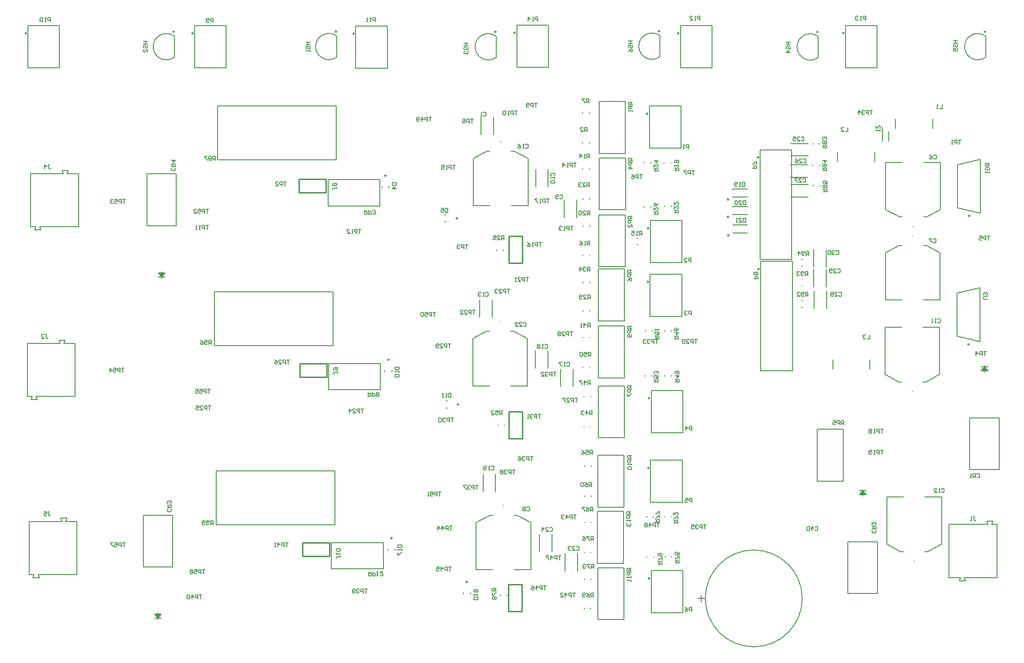
<source format=gbo>
G04*
G04 #@! TF.GenerationSoftware,Altium Limited,Altium Designer,21.6.4 (81)*
G04*
G04 Layer_Color=32896*
%FSLAX43Y43*%
%MOMM*%
G71*
G04*
G04 #@! TF.SameCoordinates,1BFCAD30-3443-4AAB-B7F7-DC6525A64C66*
G04*
G04*
G04 #@! TF.FilePolarity,Positive*
G04*
G01*
G75*
%ADD10C,0.250*%
%ADD11C,0.200*%
%ADD12C,0.152*%
%ADD13C,0.254*%
%ADD15C,0.127*%
D10*
X129081Y144974D02*
G03*
X129081Y144974I-125J0D01*
G01*
X142534Y136931D02*
G03*
X142534Y136931I-125J0D01*
G01*
X129665Y110252D02*
G03*
X129665Y110252I-125J0D01*
G01*
X142754Y101828D02*
G03*
X142754Y101828I-125J0D01*
G01*
X130250Y76597D02*
G03*
X130250Y76597I-125J0D01*
G01*
X144423Y68342D02*
G03*
X144423Y68342I-125J0D01*
G01*
X153418Y171933D02*
G03*
X153418Y171933I-125J0D01*
G01*
X215348Y171856D02*
G03*
X215348Y171856I-125J0D01*
G01*
X184233Y171831D02*
G03*
X184233Y171831I-125J0D01*
G01*
X123090Y171755D02*
G03*
X123090Y171755I-125J0D01*
G01*
X61347Y171831D02*
G03*
X61347Y171831I-125J0D01*
G01*
X92742D02*
G03*
X92742Y171831I-125J0D01*
G01*
X199366Y127356D02*
G03*
X199366Y127356I-125J0D01*
G01*
X199269Y148412D02*
G03*
X199269Y148412I-125J0D01*
G01*
X178721Y69012D02*
G03*
X178721Y69012I-125J0D01*
G01*
X178619Y89865D02*
G03*
X178619Y89865I-125J0D01*
G01*
X178721Y102997D02*
G03*
X178721Y102997I-125J0D01*
G01*
X178543Y124943D02*
G03*
X178543Y124943I-125J0D01*
G01*
X178568Y135052D02*
G03*
X178568Y135052I-125J0D01*
G01*
X178386Y156642D02*
G03*
X178386Y156642I-125J0D01*
G01*
X180647Y172223D02*
G03*
X180647Y172223I-125J0D01*
G01*
X242013Y172121D02*
G03*
X242013Y172121I-125J0D01*
G01*
X210466Y172070D02*
G03*
X210466Y172070I-125J0D01*
G01*
X149811Y172096D02*
G03*
X149811Y172096I-125J0D01*
G01*
X89181Y172121D02*
G03*
X89181Y172121I-125J0D01*
G01*
X119788Y172146D02*
G03*
X119788Y172146I-125J0D01*
G01*
X193673Y133719D02*
G03*
X193673Y133719I-125J0D01*
G01*
X193622Y137173D02*
G03*
X193622Y137173I-125J0D01*
G01*
Y140475D02*
G03*
X193622Y140475I-125J0D01*
G01*
X238917Y113140D02*
G03*
X238917Y113140I-125J0D01*
G01*
X239019Y137397D02*
G03*
X239019Y137397I-125J0D01*
G01*
D11*
X228575Y72229D02*
G03*
X228575Y72329I0J50D01*
G01*
D02*
G03*
X228575Y72229I0J-50D01*
G01*
D02*
G03*
X228575Y72329I0J50D01*
G01*
X180672Y171373D02*
G03*
X180672Y167413I-1500J-1980D01*
G01*
X242038Y171271D02*
G03*
X242038Y167311I-1500J-1980D01*
G01*
X210491Y171220D02*
G03*
X210491Y167260I-1500J-1980D01*
G01*
X149836Y171246D02*
G03*
X149836Y167286I-1500J-1980D01*
G01*
X89206Y171271D02*
G03*
X89206Y167311I-1500J-1980D01*
G01*
X119813Y171296D02*
G03*
X119813Y167336I-1500J-1980D01*
G01*
X150571Y117471D02*
G03*
X150571Y117371I0J-50D01*
G01*
D02*
G03*
X150571Y117471I0J50D01*
G01*
D02*
G03*
X150571Y117371I0J-50D01*
G01*
X150673Y151450D02*
G03*
X150673Y151350I0J-50D01*
G01*
D02*
G03*
X150673Y151450I0J50D01*
G01*
D02*
G03*
X150673Y151350I0J-50D01*
G01*
X228219Y104220D02*
G03*
X228219Y104320I0J50D01*
G01*
D02*
G03*
X228219Y104220I0J-50D01*
G01*
D02*
G03*
X228219Y104320I0J50D01*
G01*
X151206Y82775D02*
G03*
X151206Y82675I0J-50D01*
G01*
D02*
G03*
X151206Y82775I0J50D01*
G01*
D02*
G03*
X151206Y82675I0J-50D01*
G01*
X228295Y133670D02*
G03*
X228295Y133570I0J-50D01*
G01*
D02*
G03*
X228295Y133670I0J50D01*
G01*
D02*
G03*
X228295Y133570I0J-50D01*
G01*
X228346Y135316D02*
G03*
X228346Y135416I0J50D01*
G01*
D02*
G03*
X228346Y135316I0J-50D01*
G01*
D02*
G03*
X228346Y135416I0J50D01*
G01*
X230575Y74079D02*
X231150D01*
X233725Y75479D01*
Y84379D01*
X230575D02*
X233725D01*
X223425D02*
X226575D01*
X223425Y75479D02*
Y84379D01*
Y75479D02*
X226000Y74079D01*
X226575D01*
X167351Y151108D02*
Y151253D01*
X166101Y151108D02*
Y151253D01*
X167376Y156788D02*
Y156934D01*
X166126Y156788D02*
Y156934D01*
X167376Y146181D02*
Y146326D01*
X166126Y146181D02*
Y146326D01*
X176356Y131912D02*
X176501D01*
X176356Y133162D02*
X176501D01*
X167427Y129890D02*
Y130035D01*
X166177Y129890D02*
Y130035D01*
X182718Y147324D02*
Y147469D01*
X181468Y147324D02*
Y147469D01*
X166177Y135436D02*
Y135582D01*
X167427Y135436D02*
Y135582D01*
X181544Y139170D02*
Y139315D01*
X182794Y139170D02*
Y139315D01*
X166151Y140516D02*
Y140662D01*
X167401Y140516D02*
Y140662D01*
X177734Y147365D02*
Y147510D01*
X178984Y147365D02*
Y147510D01*
X151222Y130890D02*
Y131035D01*
X149972Y130890D02*
Y131035D01*
X178984Y139018D02*
Y139163D01*
X177734Y139018D02*
Y139163D01*
X167427Y119425D02*
Y119570D01*
X166177Y119425D02*
Y119570D01*
X167427Y124743D02*
Y124888D01*
X166177Y124743D02*
Y124888D01*
X167452Y114396D02*
Y114541D01*
X166202Y114396D02*
Y114541D01*
X167579Y97540D02*
Y97685D01*
X166329Y97540D02*
Y97685D01*
X182819Y115615D02*
Y115760D01*
X181569Y115615D02*
Y115760D01*
X166355Y103229D02*
Y103374D01*
X167605Y103229D02*
Y103374D01*
X181620Y107176D02*
Y107321D01*
X182870Y107176D02*
Y107321D01*
X166177Y108808D02*
Y108953D01*
X167427Y108808D02*
Y108953D01*
X177988Y115615D02*
Y115760D01*
X179238Y115615D02*
Y115760D01*
X151399Y97879D02*
Y98024D01*
X150149Y97879D02*
Y98024D01*
X179162Y107166D02*
Y107311D01*
X177912Y107166D02*
Y107311D01*
X167757Y84443D02*
Y84588D01*
X166507Y84443D02*
Y84588D01*
X167808Y90132D02*
Y90277D01*
X166558Y90132D02*
Y90277D01*
X167757Y79506D02*
Y79651D01*
X166507Y79506D02*
Y79651D01*
X167655Y63326D02*
Y63471D01*
X166405Y63326D02*
Y63471D01*
X182870Y80623D02*
Y80768D01*
X181620Y80623D02*
Y80768D01*
X166405Y68812D02*
Y68957D01*
X167655Y68812D02*
Y68957D01*
X181645Y73054D02*
Y73199D01*
X182895Y73054D02*
Y73199D01*
X166405Y73841D02*
Y73987D01*
X167655Y73841D02*
Y73987D01*
X178191Y80598D02*
Y80743D01*
X179441Y80598D02*
Y80743D01*
X151882Y65739D02*
Y65884D01*
X150632Y65739D02*
Y65884D01*
X179492Y73003D02*
Y73148D01*
X178242Y73003D02*
Y73148D01*
X210683Y150930D02*
Y151076D01*
X209433Y150930D02*
Y151076D01*
X210734Y146841D02*
Y146986D01*
X209484Y146841D02*
Y146986D01*
X210785Y143082D02*
Y143227D01*
X209535Y143082D02*
Y143227D01*
X207369Y121351D02*
X207514D01*
X207369Y120101D02*
X207514D01*
X207395Y125466D02*
X207540D01*
X207395Y124216D02*
X207540D01*
X207344Y129124D02*
X207489D01*
X207344Y127874D02*
X207489D01*
X129656Y142699D02*
Y142949D01*
X128306Y142699D02*
Y142949D01*
X140134Y136231D02*
X140384D01*
X140134Y137581D02*
X140384D01*
X130240Y107977D02*
Y108227D01*
X128890Y107977D02*
Y108227D01*
X140354Y101128D02*
X140604D01*
X140354Y102478D02*
X140604D01*
X130825Y74322D02*
Y74572D01*
X129475Y74322D02*
Y74572D01*
X144998Y66067D02*
Y66317D01*
X143648Y66067D02*
Y66317D01*
X169270Y138544D02*
X174230D01*
Y148324D01*
X169270D02*
X174230D01*
X169270Y138544D02*
Y148324D01*
X169041Y106819D02*
X174001D01*
Y116599D01*
X169041D02*
X174001D01*
X169041Y106819D02*
Y116599D01*
X168894Y71869D02*
X173854D01*
Y81649D01*
X168894D02*
X173854D01*
X168894Y71869D02*
Y81649D01*
X223789Y151550D02*
Y153250D01*
X222539Y151550D02*
Y154100D01*
X118808Y70794D02*
X128588D01*
X118808D02*
Y75754D01*
X128588D01*
Y70794D02*
Y75754D01*
X173910Y61252D02*
Y71032D01*
X168950Y61252D02*
X173910D01*
X168950D02*
Y71032D01*
X173910D01*
X173910Y82435D02*
Y92215D01*
X168950Y82435D02*
X173910D01*
X168950D02*
Y92215D01*
X173910D01*
X118249Y104581D02*
X128029D01*
X118249D02*
Y109541D01*
X128029D01*
Y104581D02*
Y109541D01*
X174011Y95542D02*
Y105322D01*
X169051Y95542D02*
X174011D01*
X169051D02*
Y105322D01*
X174011D01*
Y117589D02*
Y127369D01*
X169051Y117589D02*
X174011D01*
X169051D02*
Y127369D01*
X174011D01*
X210291Y87363D02*
Y97143D01*
X215251D01*
Y87363D02*
Y97143D01*
X210291Y87363D02*
X215251D01*
X118148Y139272D02*
X127928D01*
X118148D02*
Y144232D01*
X127928D01*
Y139272D02*
Y144232D01*
X174133Y127774D02*
Y137554D01*
X169173Y127774D02*
X174133D01*
X169173D02*
Y137554D01*
X174133D01*
X174164Y149161D02*
Y158941D01*
X169204Y149161D02*
X174164D01*
X169204D02*
Y158941D01*
X174164D01*
X153718Y165413D02*
X159668D01*
Y173373D01*
X153718D02*
X159668D01*
X153718Y165413D02*
Y173373D01*
X215648Y165336D02*
X221598D01*
Y173296D01*
X215648D02*
X221598D01*
X215648Y165336D02*
Y173296D01*
X184533Y165311D02*
X190483D01*
Y173271D01*
X184533D02*
X190483D01*
X184533Y165311D02*
Y173271D01*
X123390Y165235D02*
X129340D01*
Y173195D01*
X123390D02*
X129340D01*
X123390Y165235D02*
Y173195D01*
X61647Y165311D02*
X67597D01*
Y173271D01*
X61647D02*
X67597D01*
X61647Y165311D02*
Y173271D01*
X93042Y165311D02*
X98992D01*
Y173271D01*
X93042D02*
X98992D01*
X93042Y165311D02*
Y173271D01*
X199666Y108136D02*
X205616D01*
Y128796D01*
X199666D02*
X205616D01*
X199666Y108136D02*
Y128796D01*
X199569Y129192D02*
X205519D01*
Y149852D01*
X199569D02*
X205519D01*
X199569Y129192D02*
Y149852D01*
X179021Y62492D02*
X184971D01*
Y70452D01*
X179021D02*
X184971D01*
X179021Y62492D02*
Y70452D01*
X178919Y83345D02*
X184869D01*
Y91305D01*
X178919D02*
X184869D01*
X178919Y83345D02*
Y91305D01*
X179021Y96477D02*
X184971D01*
Y104437D01*
X179021D02*
X184971D01*
X179021Y96477D02*
Y104437D01*
X178843Y118423D02*
X184793D01*
Y126383D01*
X178843D02*
X184793D01*
X178843Y118423D02*
Y126383D01*
X178868Y128532D02*
X184818D01*
Y136492D01*
X178868D02*
X184818D01*
X178868Y128532D02*
Y136492D01*
X178686Y150122D02*
X184636D01*
Y158082D01*
X178686D02*
X184636D01*
X178686Y150122D02*
Y158082D01*
X63546Y69752D02*
X63796Y69152D01*
X62596D02*
X63796D01*
X62596D02*
X62846Y69752D01*
X67796Y80352D02*
X68045Y79752D01*
X68746D02*
X68996Y80352D01*
X67796D02*
X68996D01*
X61896Y79752D02*
X68045D01*
X68746D02*
X70896D01*
Y69752D02*
Y79752D01*
X61896Y69752D02*
Y79752D01*
Y69752D02*
X62846D01*
X63546D02*
X70896D01*
X63825Y135310D02*
X64075Y134710D01*
X62875D02*
X64075D01*
X62875D02*
X63125Y135310D01*
X68075Y145910D02*
X68325Y145310D01*
X69025D02*
X69275Y145910D01*
X68075D02*
X69275D01*
X62175Y145310D02*
X68325D01*
X69025D02*
X71175D01*
Y135310D02*
Y145310D01*
X62175Y135310D02*
Y145310D01*
Y135310D02*
X63125D01*
X63825D02*
X71175D01*
X63190Y103356D02*
X63440Y102756D01*
X62240D02*
X63440D01*
X62240D02*
X62490Y103356D01*
X67440Y113956D02*
X67690Y113356D01*
X68390D02*
X68640Y113956D01*
X67440D02*
X68640D01*
X61540Y113356D02*
X67690D01*
X68390D02*
X70540D01*
Y103356D02*
Y113356D01*
X61540Y103356D02*
Y113356D01*
Y103356D02*
X62490D01*
X63190D02*
X70540D01*
X242233Y79768D02*
X242483Y79168D01*
X242233Y79768D02*
X243433D01*
X243183Y79168D02*
X243433Y79768D01*
X237983Y69168D02*
X238233Y68568D01*
X237033D02*
X237283Y69168D01*
X237033Y68568D02*
X238233D01*
X237983Y69168D02*
X244133D01*
X235133D02*
X237283D01*
X235133D02*
Y79168D01*
X244133Y69168D02*
Y79168D01*
X243183D02*
X244133D01*
X235133D02*
X242483D01*
X180672Y167413D02*
Y171373D01*
X242038Y167311D02*
Y171271D01*
X210491Y167260D02*
Y171220D01*
X149836Y167286D02*
Y171246D01*
X89206Y167311D02*
Y171271D01*
X119813Y167336D02*
Y171296D01*
X197134Y134150D02*
Y134227D01*
X194434Y134150D02*
X197134D01*
X194434D02*
Y134227D01*
X197134Y135622D02*
Y135700D01*
X194434D02*
X197134D01*
X194434Y135622D02*
Y135700D01*
X197083Y137604D02*
Y137682D01*
X194383Y137604D02*
X197083D01*
X194383D02*
Y137682D01*
X197083Y139077D02*
Y139154D01*
X194383D02*
X197083D01*
X194383Y139077D02*
Y139154D01*
X197083Y140906D02*
Y140984D01*
X194383Y140906D02*
X197083D01*
X194383D02*
Y140984D01*
X197083Y142379D02*
Y142456D01*
X194383D02*
X197083D01*
X194383Y142379D02*
Y142456D01*
X211973Y127734D02*
Y131041D01*
X209617Y127734D02*
Y131041D01*
X211973Y124001D02*
Y127307D01*
X209617Y124001D02*
Y127307D01*
X212074Y119937D02*
Y123243D01*
X209718Y119937D02*
Y123243D01*
X205281Y143316D02*
X208587D01*
X205281Y140960D02*
X208587D01*
X205193Y146999D02*
X208499D01*
X205193Y144643D02*
X208499D01*
X205331Y151038D02*
X208638D01*
X205331Y148682D02*
X208638D01*
X160309Y74039D02*
Y77345D01*
X157953Y74039D02*
Y77345D01*
X162830Y70381D02*
Y73688D01*
X165186Y70381D02*
Y73688D01*
X152571Y115621D02*
X153146D01*
X155721Y114221D01*
Y105321D02*
Y114221D01*
X152571Y105321D02*
X155721D01*
X145421D02*
X148571D01*
X145421D02*
Y114221D01*
X147996Y115621D01*
X148571D01*
X147361Y85354D02*
Y88660D01*
X149717Y85354D02*
Y88660D01*
X159547Y108696D02*
Y112002D01*
X157191Y108696D02*
Y112002D01*
X161941Y105230D02*
Y108536D01*
X164297Y105230D02*
Y108536D01*
X152673Y149600D02*
X153248D01*
X155823Y148200D01*
Y139300D02*
Y148200D01*
X152673Y139300D02*
X155823D01*
X145523D02*
X148673D01*
X145523D02*
Y148200D01*
X148098Y149600D01*
X148673D01*
X146751Y118196D02*
Y121502D01*
X149108Y118196D02*
Y121502D01*
X225644Y106070D02*
X226219D01*
X223069Y107470D02*
X225644Y106070D01*
X223069Y107470D02*
Y116370D01*
X226219D01*
X230219D02*
X233369D01*
Y107470D02*
Y116370D01*
X230794Y106070D02*
X233369Y107470D01*
X230219Y106070D02*
X230794D01*
X159623Y142873D02*
Y146179D01*
X157267Y142873D02*
Y146179D01*
X162626Y137070D02*
Y140376D01*
X164983Y137070D02*
Y140376D01*
X153206Y80925D02*
X153781D01*
X156356Y79525D01*
Y70625D02*
Y79525D01*
X153206Y70625D02*
X156356D01*
X146056D02*
X149206D01*
X146056D02*
Y79525D01*
X148631Y80925D01*
X149206D01*
X230295Y131820D02*
X230870D01*
X233445Y130420D01*
Y121520D02*
Y130420D01*
X230295Y121520D02*
X233445D01*
X223145D02*
X226295D01*
X223145D02*
Y130420D01*
X225720Y131820D01*
X226295D01*
X225771Y137166D02*
X226346D01*
X223196Y138566D02*
X225771Y137166D01*
X223196Y138566D02*
Y147466D01*
X226346D01*
X230346D02*
X233496D01*
Y138566D02*
Y147466D01*
X230921Y137166D02*
X233496Y138566D01*
X230346Y137166D02*
X230921D01*
X146980Y152728D02*
Y156034D01*
X149336Y152728D02*
Y156034D01*
X220238Y108497D02*
Y110247D01*
X213238Y108497D02*
Y110247D01*
X236617Y114656D02*
Y122783D01*
X240967Y123799D01*
Y113690D02*
Y123749D01*
X236617Y114656D02*
X240967Y113640D01*
X236719Y138913D02*
X241069Y137897D01*
Y137947D02*
Y148006D01*
X236719Y147040D02*
X241069Y148056D01*
X236719Y138913D02*
Y147040D01*
X214153Y147628D02*
Y149378D01*
X221153Y147628D02*
Y149378D01*
X225049Y153887D02*
Y155637D01*
X232049Y153887D02*
Y155637D01*
D12*
X207480Y65227D02*
G03*
X207480Y65227I-9131J0D01*
G01*
X84036Y135534D02*
X89599D01*
Y145288D01*
X84036D02*
X89599D01*
X84036Y135534D02*
Y145288D01*
X86182Y126644D02*
X87452D01*
X86690D02*
X86817Y125882D01*
X86563Y126644D02*
X86817Y125882D01*
X86436Y126644D02*
X86817Y125882D01*
X86309Y126644D02*
X86817Y125882D01*
X86182Y126644D02*
X86817Y125882D01*
X86944Y126644D01*
X86817Y125882D02*
X87071Y126644D01*
X86817Y125882D02*
X87198Y126644D01*
X86817Y125882D02*
X87325Y126644D01*
X86817Y125882D02*
X87452Y126644D01*
X86182Y125882D02*
X87452D01*
X86817Y125628D02*
Y126898D01*
X83350Y71120D02*
X88913D01*
Y80874D01*
X83350D02*
X88913D01*
X83350Y71120D02*
Y80874D01*
X85496Y62230D02*
X86766D01*
X86004D02*
X86131Y61468D01*
X85877Y62230D02*
X86131Y61468D01*
X85750Y62230D02*
X86131Y61468D01*
X85623Y62230D02*
X86131Y61468D01*
X85496Y62230D02*
X86131Y61468D01*
X86258Y62230D01*
X86131Y61468D02*
X86385Y62230D01*
X86131Y61468D02*
X86512Y62230D01*
X86131Y61468D02*
X86639Y62230D01*
X86131Y61468D02*
X86766Y62230D01*
X85496Y61468D02*
X86766D01*
X86131Y61214D02*
Y62484D01*
X218872Y84531D02*
Y85801D01*
X218237Y85547D02*
X219507D01*
X218237Y84785D02*
X218872Y85547D01*
X218364Y84785D02*
X218872Y85547D01*
X218491Y84785D02*
X218872Y85547D01*
X218618Y84785D02*
X218872Y85547D01*
X218745Y84785D02*
X218872Y85547D01*
X219507Y84785D01*
X218872Y85547D02*
X219380Y84785D01*
X218872Y85547D02*
X219253Y84785D01*
X218872Y85547D02*
X219126Y84785D01*
X218872Y85547D02*
X218999Y84785D01*
X218237D02*
X219507D01*
X221653Y66142D02*
Y75895D01*
X216090Y66142D02*
X221653D01*
X216090D02*
Y75895D01*
X221653D01*
X187820Y65227D02*
X189090D01*
X188455Y64592D02*
Y65862D01*
X97130Y79096D02*
X119482D01*
X97130D02*
Y89256D01*
X119482D01*
Y79096D02*
Y89256D01*
X239027Y99289D02*
X244589D01*
X239027Y89535D02*
Y99289D01*
Y89535D02*
X244589D01*
Y99289D01*
X241173Y108179D02*
X242443D01*
X241808Y108941D02*
X241935Y108179D01*
X241808Y108941D02*
X242062Y108179D01*
X241808Y108941D02*
X242189Y108179D01*
X241808Y108941D02*
X242316Y108179D01*
X241808Y108941D02*
X242443Y108179D01*
X241681D02*
X241808Y108941D01*
X241554Y108179D02*
X241808Y108941D01*
X241427Y108179D02*
X241808Y108941D01*
X241300Y108179D02*
X241808Y108941D01*
X241173Y108179D02*
X241808Y108941D01*
X241173D02*
X242443D01*
X241808Y107925D02*
Y109195D01*
X119685Y147955D02*
Y158115D01*
X97333D02*
X119685D01*
X97333Y147955D02*
Y158115D01*
Y147955D02*
X119685D01*
X96749Y112903D02*
X119101D01*
X96749D02*
Y123063D01*
X119101D01*
Y112903D02*
Y123063D01*
D13*
X113360Y73177D02*
Y75717D01*
X114884D02*
X116916D01*
X118440Y73177D02*
Y75717D01*
X113360Y73177D02*
X118440D01*
X113360Y75717D02*
X114884D01*
X116916D02*
X118440D01*
X112841Y106985D02*
Y109525D01*
X114365D02*
X116397D01*
X117921Y106985D02*
Y109525D01*
X112841Y106985D02*
X117921D01*
X112841Y109525D02*
X114365D01*
X116397D02*
X117921D01*
X112649Y141732D02*
Y144272D01*
X114173D02*
X116205D01*
X117729Y141732D02*
Y144272D01*
X112649Y141732D02*
X117729D01*
X112649Y144272D02*
X114173D01*
X116205D02*
X117729D01*
X152121Y67894D02*
X154661D01*
X152121Y62814D02*
Y67894D01*
Y62814D02*
X154661D01*
Y67894D01*
X152197Y133564D02*
X154737D01*
X152197Y128484D02*
Y133564D01*
Y128484D02*
X154737D01*
Y133564D01*
X152197Y100468D02*
X154737D01*
X152197Y95388D02*
Y100468D01*
Y95388D02*
X154737D01*
Y100468D01*
D15*
X221259Y78131D02*
X221386Y78004D01*
Y77750D01*
X221259Y77623D01*
X220751D01*
X220625Y77750D01*
Y78004D01*
X220751Y78131D01*
X220625Y78384D02*
X221386D01*
Y78765D01*
X221259Y78892D01*
X221005D01*
X220878Y78765D01*
Y78384D01*
Y78638D02*
X220625Y78892D01*
Y79654D02*
Y79146D01*
X221132Y79654D01*
X221259D01*
X221386Y79527D01*
Y79273D01*
X221259Y79146D01*
X94411Y65887D02*
X93904D01*
X94157D01*
Y65126D01*
X93650D02*
Y65887D01*
X93269D01*
X93142Y65761D01*
Y65507D01*
X93269Y65380D01*
X93650D01*
X92507Y65126D02*
Y65887D01*
X92888Y65507D01*
X92380D01*
X92126Y65761D02*
X91999Y65887D01*
X91745D01*
X91618Y65761D01*
Y65253D01*
X91745Y65126D01*
X91999D01*
X92126Y65253D01*
Y65761D01*
X110287Y143764D02*
X109779D01*
X110033D01*
Y143002D01*
X109525D02*
Y143764D01*
X109144D01*
X109017Y143637D01*
Y143383D01*
X109144Y143256D01*
X109525D01*
X108255Y143002D02*
X108763D01*
X108255Y143510D01*
Y143637D01*
X108382Y143764D01*
X108636D01*
X108763Y143637D01*
X96494Y79147D02*
Y79908D01*
X96113D01*
X95986Y79781D01*
Y79527D01*
X96113Y79400D01*
X96494D01*
X96240D02*
X95986Y79147D01*
X95733Y79273D02*
X95606Y79147D01*
X95352D01*
X95225Y79273D01*
Y79781D01*
X95352Y79908D01*
X95606D01*
X95733Y79781D01*
Y79654D01*
X95606Y79527D01*
X95225D01*
X94971Y79273D02*
X94844Y79147D01*
X94590D01*
X94463Y79273D01*
Y79781D01*
X94590Y79908D01*
X94844D01*
X94971Y79781D01*
Y79654D01*
X94844Y79527D01*
X94463D01*
X94970Y70688D02*
X94462D01*
X94716D01*
Y69926D01*
X94208D02*
Y70688D01*
X93828D01*
X93701Y70561D01*
Y70307D01*
X93828Y70180D01*
X94208D01*
X92939Y70688D02*
X93447D01*
Y70307D01*
X93193Y70434D01*
X93066D01*
X92939Y70307D01*
Y70053D01*
X93066Y69926D01*
X93320D01*
X93447Y70053D01*
X92685Y70561D02*
X92558Y70688D01*
X92304D01*
X92177Y70561D01*
Y70434D01*
X92304Y70307D01*
X92177Y70180D01*
Y70053D01*
X92304Y69926D01*
X92558D01*
X92685Y70053D01*
Y70180D01*
X92558Y70307D01*
X92685Y70434D01*
Y70561D01*
X92558Y70307D02*
X92304D01*
X79959Y75717D02*
X79451D01*
X79705D01*
Y74956D01*
X79197D02*
Y75717D01*
X78816D01*
X78689Y75590D01*
Y75336D01*
X78816Y75209D01*
X79197D01*
X77927Y75717D02*
X78435D01*
Y75336D01*
X78181Y75463D01*
X78054D01*
X77927Y75336D01*
Y75082D01*
X78054Y74956D01*
X78308D01*
X78435Y75082D01*
X77673Y75717D02*
X77166D01*
Y75590D01*
X77673Y75082D01*
Y74956D01*
X89256Y146431D02*
X89382Y146304D01*
Y146050D01*
X89256Y145923D01*
X88748D01*
X88621Y146050D01*
Y146304D01*
X88748Y146431D01*
X88621Y146685D02*
X89382D01*
Y147066D01*
X89256Y147193D01*
X89002D01*
X88875Y147066D01*
Y146685D01*
Y146939D02*
X88621Y147193D01*
Y147828D02*
X89382D01*
X89002Y147447D01*
Y147955D01*
X88544Y82093D02*
X88671Y81966D01*
Y81712D01*
X88544Y81585D01*
X88036D01*
X87910Y81712D01*
Y81966D01*
X88036Y82093D01*
X87910Y82347D02*
X88671D01*
Y82728D01*
X88544Y82855D01*
X88290D01*
X88163Y82728D01*
Y82347D01*
Y82601D02*
X87910Y82855D01*
X88544Y83109D02*
X88671Y83236D01*
Y83490D01*
X88544Y83616D01*
X88417D01*
X88290Y83490D01*
Y83363D01*
Y83490D01*
X88163Y83616D01*
X88036D01*
X87910Y83490D01*
Y83236D01*
X88036Y83109D01*
X209906Y78664D02*
X210033Y78791D01*
X210287D01*
X210414Y78664D01*
Y78156D01*
X210287Y78029D01*
X210033D01*
X209906Y78156D01*
X209271Y78029D02*
Y78791D01*
X209652Y78410D01*
X209144D01*
X208890Y78664D02*
X208763Y78791D01*
X208509D01*
X208382Y78664D01*
Y78156D01*
X208509Y78029D01*
X208763D01*
X208890Y78156D01*
Y78664D01*
X95961Y104648D02*
X95453D01*
X95707D01*
Y103886D01*
X95199D02*
Y104648D01*
X94818D01*
X94691Y104521D01*
Y104267D01*
X94818Y104140D01*
X95199D01*
X93929Y104648D02*
X94437D01*
Y104267D01*
X94183Y104394D01*
X94056D01*
X93929Y104267D01*
Y104013D01*
X94056Y103886D01*
X94310D01*
X94437Y104013D01*
X93168Y104648D02*
X93675D01*
Y104267D01*
X93422Y104394D01*
X93295D01*
X93168Y104267D01*
Y104013D01*
X93295Y103886D01*
X93549D01*
X93675Y104013D01*
X79761Y108636D02*
X79254D01*
X79507D01*
Y107874D01*
X79000D02*
Y108636D01*
X78619D01*
X78492Y108509D01*
Y108255D01*
X78619Y108128D01*
X79000D01*
X77730Y108636D02*
X78238D01*
Y108255D01*
X77984Y108382D01*
X77857D01*
X77730Y108255D01*
Y108001D01*
X77857Y107874D01*
X78111D01*
X78238Y108001D01*
X77095Y107874D02*
Y108636D01*
X77476Y108255D01*
X76968D01*
X80016Y140493D02*
X79508D01*
X79762D01*
Y139731D01*
X79254D02*
Y140493D01*
X78873D01*
X78746Y140366D01*
Y140112D01*
X78873Y139985D01*
X79254D01*
X77985Y140493D02*
X78492D01*
Y140112D01*
X78239Y140239D01*
X78112D01*
X77985Y140112D01*
Y139858D01*
X78112Y139731D01*
X78365D01*
X78492Y139858D01*
X77731Y140366D02*
X77604Y140493D01*
X77350D01*
X77223Y140366D01*
Y140239D01*
X77350Y140112D01*
X77477D01*
X77350D01*
X77223Y139985D01*
Y139858D01*
X77350Y139731D01*
X77604D01*
X77731Y139858D01*
X95668Y138620D02*
X95160D01*
X95414D01*
Y137859D01*
X94906D02*
Y138620D01*
X94526D01*
X94399Y138493D01*
Y138240D01*
X94526Y138113D01*
X94906D01*
X93637Y138620D02*
X94145D01*
Y138240D01*
X93891Y138366D01*
X93764D01*
X93637Y138240D01*
Y137986D01*
X93764Y137859D01*
X94018D01*
X94145Y137986D01*
X92875Y137859D02*
X93383D01*
X92875Y138366D01*
Y138493D01*
X93002Y138620D01*
X93256D01*
X93383Y138493D01*
X166929Y153315D02*
Y154076D01*
X166548D01*
X166421Y153949D01*
Y153695D01*
X166548Y153568D01*
X166929D01*
X166675D02*
X166421Y153315D01*
X165659D02*
X166167D01*
X165659Y153822D01*
Y153949D01*
X165786Y154076D01*
X166040D01*
X166167Y153949D01*
X167284Y158725D02*
Y159486D01*
X166903D01*
X166776Y159360D01*
Y159106D01*
X166903Y158979D01*
X167284D01*
X167030D02*
X166776Y158725D01*
X166522Y159486D02*
X166015D01*
Y159360D01*
X166522Y158852D01*
Y158725D01*
X167398Y148260D02*
Y149022D01*
X167018D01*
X166891Y148895D01*
Y148641D01*
X167018Y148514D01*
X167398D01*
X167144D02*
X166891Y148260D01*
X166637D02*
X166383D01*
X166510D01*
Y149022D01*
X166637Y148895D01*
X165621Y148260D02*
Y149022D01*
X166002Y148641D01*
X165494D01*
X177279Y133757D02*
Y134518D01*
X176898D01*
X176771Y134391D01*
Y134137D01*
X176898Y134010D01*
X177279D01*
X177025D02*
X176771Y133757D01*
X176517D02*
X176263D01*
X176390D01*
Y134518D01*
X176517Y134391D01*
X175375Y134518D02*
X175882D01*
Y134137D01*
X175629Y134264D01*
X175502D01*
X175375Y134137D01*
Y133883D01*
X175502Y133757D01*
X175755D01*
X175882Y133883D01*
X167500Y131852D02*
Y132613D01*
X167119D01*
X166992Y132486D01*
Y132232D01*
X167119Y132105D01*
X167500D01*
X167246D02*
X166992Y131852D01*
X166738D02*
X166484D01*
X166611D01*
Y132613D01*
X166738Y132486D01*
X165596Y132613D02*
X165850Y132486D01*
X166103Y132232D01*
Y131978D01*
X165976Y131852D01*
X165723D01*
X165596Y131978D01*
Y132105D01*
X165723Y132232D01*
X166103D01*
X183439Y145936D02*
X184201D01*
Y146317D01*
X184074Y146444D01*
X183820D01*
X183693Y146317D01*
Y145936D01*
Y146190D02*
X183439Y146444D01*
Y146698D02*
Y146952D01*
Y146825D01*
X184201D01*
X184074Y146698D01*
X183566Y147333D02*
X183439Y147460D01*
Y147713D01*
X183566Y147840D01*
X184074D01*
X184201Y147713D01*
Y147460D01*
X184074Y147333D01*
X183947D01*
X183820Y147460D01*
Y147840D01*
X167436Y137541D02*
Y138303D01*
X167056D01*
X166929Y138176D01*
Y137922D01*
X167056Y137795D01*
X167436D01*
X167183D02*
X166929Y137541D01*
X166167D02*
X166675D01*
X166167Y138049D01*
Y138176D01*
X166294Y138303D01*
X166548D01*
X166675Y138176D01*
X165913D02*
X165786Y138303D01*
X165532D01*
X165405Y138176D01*
Y137668D01*
X165532Y137541D01*
X165786D01*
X165913Y137668D01*
Y138176D01*
X183388Y137922D02*
X184150D01*
Y138303D01*
X184023Y138430D01*
X183769D01*
X183642Y138303D01*
Y137922D01*
Y138176D02*
X183388Y138430D01*
Y139192D02*
Y138684D01*
X183896Y139192D01*
X184023D01*
X184150Y139065D01*
Y138811D01*
X184023Y138684D01*
X183388Y139954D02*
Y139446D01*
X183896Y139954D01*
X184023D01*
X184150Y139827D01*
Y139573D01*
X184023Y139446D01*
X167411Y142875D02*
Y143637D01*
X167030D01*
X166903Y143510D01*
Y143256D01*
X167030Y143129D01*
X167411D01*
X167157D02*
X166903Y142875D01*
X166141D02*
X166649D01*
X166141Y143383D01*
Y143510D01*
X166268Y143637D01*
X166522D01*
X166649Y143510D01*
X165888D02*
X165761Y143637D01*
X165507D01*
X165380Y143510D01*
Y143383D01*
X165507Y143256D01*
X165634D01*
X165507D01*
X165380Y143129D01*
Y143002D01*
X165507Y142875D01*
X165761D01*
X165888Y143002D01*
X179553Y145873D02*
X180314D01*
Y146253D01*
X180188Y146380D01*
X179934D01*
X179807Y146253D01*
Y145873D01*
Y146126D02*
X179553Y146380D01*
Y147142D02*
Y146634D01*
X180061Y147142D01*
X180188D01*
X180314Y147015D01*
Y146761D01*
X180188Y146634D01*
X179553Y147777D02*
X180314D01*
X179934Y147396D01*
Y147904D01*
X151282Y132868D02*
Y133629D01*
X150901D01*
X150774Y133502D01*
Y133248D01*
X150901Y133121D01*
X151282D01*
X151028D02*
X150774Y132868D01*
X150012D02*
X150520D01*
X150012Y133375D01*
Y133502D01*
X150139Y133629D01*
X150393D01*
X150520Y133502D01*
X149251Y133629D02*
X149759D01*
Y133248D01*
X149505Y133375D01*
X149378D01*
X149251Y133248D01*
Y132994D01*
X149378Y132868D01*
X149632D01*
X149759Y132994D01*
X179527Y137745D02*
X180289D01*
Y138125D01*
X180162Y138252D01*
X179908D01*
X179781Y138125D01*
Y137745D01*
Y137998D02*
X179527Y138252D01*
Y139014D02*
Y138506D01*
X180035Y139014D01*
X180162D01*
X180289Y138887D01*
Y138633D01*
X180162Y138506D01*
X180289Y139776D02*
X180162Y139522D01*
X179908Y139268D01*
X179654D01*
X179527Y139395D01*
Y139649D01*
X179654Y139776D01*
X179781D01*
X179908Y139649D01*
Y139268D01*
X167513Y121742D02*
Y122504D01*
X167132D01*
X167005Y122377D01*
Y122123D01*
X167132Y121996D01*
X167513D01*
X167259D02*
X167005Y121742D01*
X166243D02*
X166751D01*
X166243Y122250D01*
Y122377D01*
X166370Y122504D01*
X166624D01*
X166751Y122377D01*
X165989Y121869D02*
X165862Y121742D01*
X165608D01*
X165481Y121869D01*
Y122377D01*
X165608Y122504D01*
X165862D01*
X165989Y122377D01*
Y122250D01*
X165862Y122123D01*
X165481D01*
X167462Y126949D02*
Y127711D01*
X167081D01*
X166954Y127584D01*
Y127330D01*
X167081Y127203D01*
X167462D01*
X167208D02*
X166954Y126949D01*
X166700Y127584D02*
X166573Y127711D01*
X166319D01*
X166192Y127584D01*
Y127457D01*
X166319Y127330D01*
X166446D01*
X166319D01*
X166192Y127203D01*
Y127076D01*
X166319Y126949D01*
X166573D01*
X166700Y127076D01*
X165557Y126949D02*
Y127711D01*
X165938Y127330D01*
X165431D01*
X167513Y116383D02*
Y117145D01*
X167132D01*
X167005Y117018D01*
Y116764D01*
X167132Y116637D01*
X167513D01*
X167259D02*
X167005Y116383D01*
X166370D02*
Y117145D01*
X166751Y116764D01*
X166243D01*
X165989Y116383D02*
X165735D01*
X165862D01*
Y117145D01*
X165989Y117018D01*
X167894Y99848D02*
Y100609D01*
X167513D01*
X167386Y100482D01*
Y100228D01*
X167513Y100101D01*
X167894D01*
X167640D02*
X167386Y99848D01*
X166751D02*
Y100609D01*
X167132Y100228D01*
X166624D01*
X166370Y100482D02*
X166243Y100609D01*
X165989D01*
X165862Y100482D01*
Y100355D01*
X165989Y100228D01*
X166116D01*
X165989D01*
X165862Y100101D01*
Y99974D01*
X165989Y99848D01*
X166243D01*
X166370Y99974D01*
X183414Y114173D02*
X184175D01*
Y114554D01*
X184048Y114681D01*
X183794D01*
X183667Y114554D01*
Y114173D01*
Y114427D02*
X183414Y114681D01*
Y115316D02*
X184175D01*
X183794Y114935D01*
Y115443D01*
X184175Y116205D02*
X184048Y115951D01*
X183794Y115697D01*
X183540D01*
X183414Y115824D01*
Y116078D01*
X183540Y116205D01*
X183667D01*
X183794Y116078D01*
Y115697D01*
X167563Y105563D02*
Y106324D01*
X167183D01*
X167056Y106197D01*
Y105943D01*
X167183Y105816D01*
X167563D01*
X167310D02*
X167056Y105563D01*
X166421D02*
Y106324D01*
X166802Y105943D01*
X166294D01*
X166040Y106324D02*
X165532D01*
Y106197D01*
X166040Y105689D01*
Y105563D01*
X183541Y106071D02*
X184302D01*
Y106452D01*
X184175Y106579D01*
X183921D01*
X183794Y106452D01*
Y106071D01*
Y106325D02*
X183541Y106579D01*
Y107213D02*
X184302D01*
X183921Y106832D01*
Y107340D01*
X183667Y107594D02*
X183541Y107721D01*
Y107975D01*
X183667Y108102D01*
X184175D01*
X184302Y107975D01*
Y107721D01*
X184175Y107594D01*
X184048D01*
X183921Y107721D01*
Y108102D01*
X167589Y110871D02*
Y111633D01*
X167208D01*
X167081Y111506D01*
Y111252D01*
X167208Y111125D01*
X167589D01*
X167335D02*
X167081Y110871D01*
X166319Y111633D02*
X166827D01*
Y111252D01*
X166573Y111379D01*
X166446D01*
X166319Y111252D01*
Y110998D01*
X166446Y110871D01*
X166700D01*
X166827Y110998D01*
X166065Y111506D02*
X165938Y111633D01*
X165684D01*
X165558Y111506D01*
Y110998D01*
X165684Y110871D01*
X165938D01*
X166065Y110998D01*
Y111506D01*
X179731Y114275D02*
X180492D01*
Y114656D01*
X180365Y114783D01*
X180111D01*
X179984Y114656D01*
Y114275D01*
Y114529D02*
X179731Y114783D01*
X180492Y115544D02*
Y115037D01*
X180111D01*
X180238Y115291D01*
Y115418D01*
X180111Y115544D01*
X179857D01*
X179731Y115418D01*
Y115164D01*
X179857Y115037D01*
X179731Y115798D02*
Y116052D01*
Y115925D01*
X180492D01*
X180365Y115798D01*
X150926Y99898D02*
Y100660D01*
X150546D01*
X150419Y100533D01*
Y100279D01*
X150546Y100152D01*
X150926D01*
X150673D02*
X150419Y99898D01*
X149657Y100660D02*
X150165D01*
Y100279D01*
X149911Y100406D01*
X149784D01*
X149657Y100279D01*
Y100025D01*
X149784Y99898D01*
X150038D01*
X150165Y100025D01*
X148895Y99898D02*
X149403D01*
X148895Y100406D01*
Y100533D01*
X149022Y100660D01*
X149276D01*
X149403Y100533D01*
X179578Y106045D02*
X180340D01*
Y106426D01*
X180213Y106553D01*
X179959D01*
X179832Y106426D01*
Y106045D01*
Y106299D02*
X179578Y106553D01*
X180340Y107315D02*
Y106807D01*
X179959D01*
X180086Y107061D01*
Y107188D01*
X179959Y107315D01*
X179705D01*
X179578Y107188D01*
Y106934D01*
X179705Y106807D01*
X180213Y107569D02*
X180340Y107696D01*
Y107950D01*
X180213Y108077D01*
X180086D01*
X179959Y107950D01*
Y107823D01*
Y107950D01*
X179832Y108077D01*
X179705D01*
X179578Y107950D01*
Y107696D01*
X179705Y107569D01*
X167944Y92380D02*
Y93142D01*
X167564D01*
X167437Y93015D01*
Y92761D01*
X167564Y92634D01*
X167944D01*
X167691D02*
X167437Y92380D01*
X166675Y93142D02*
X167183D01*
Y92761D01*
X166929Y92888D01*
X166802D01*
X166675Y92761D01*
Y92507D01*
X166802Y92380D01*
X167056D01*
X167183Y92507D01*
X165913Y93142D02*
X166167Y93015D01*
X166421Y92761D01*
Y92507D01*
X166294Y92380D01*
X166040D01*
X165913Y92507D01*
Y92634D01*
X166040Y92761D01*
X166421D01*
X167817Y86335D02*
Y87096D01*
X167437D01*
X167310Y86970D01*
Y86716D01*
X167437Y86589D01*
X167817D01*
X167564D02*
X167310Y86335D01*
X166548Y87096D02*
X166802Y86970D01*
X167056Y86716D01*
Y86462D01*
X166929Y86335D01*
X166675D01*
X166548Y86462D01*
Y86589D01*
X166675Y86716D01*
X167056D01*
X166294Y86970D02*
X166167Y87096D01*
X165913D01*
X165786Y86970D01*
Y86462D01*
X165913Y86335D01*
X166167D01*
X166294Y86462D01*
Y86970D01*
X168046Y81687D02*
Y82448D01*
X167665D01*
X167538Y82321D01*
Y82067D01*
X167665Y81940D01*
X168046D01*
X167792D02*
X167538Y81687D01*
X166776Y82448D02*
X167030Y82321D01*
X167284Y82067D01*
Y81813D01*
X167157Y81687D01*
X166903D01*
X166776Y81813D01*
Y81940D01*
X166903Y82067D01*
X167284D01*
X166523Y82448D02*
X166015D01*
Y82321D01*
X166523Y81813D01*
Y81687D01*
X168173Y65456D02*
Y66218D01*
X167792D01*
X167665Y66091D01*
Y65837D01*
X167792Y65710D01*
X168173D01*
X167919D02*
X167665Y65456D01*
X166903Y66218D02*
X167157Y66091D01*
X167411Y65837D01*
Y65583D01*
X167284Y65456D01*
X167030D01*
X166903Y65583D01*
Y65710D01*
X167030Y65837D01*
X167411D01*
X166650Y65583D02*
X166523Y65456D01*
X166269D01*
X166142Y65583D01*
Y66091D01*
X166269Y66218D01*
X166523D01*
X166650Y66091D01*
Y65964D01*
X166523Y65837D01*
X166142D01*
X183261Y79426D02*
X184023D01*
Y79807D01*
X183896Y79934D01*
X183642D01*
X183515Y79807D01*
Y79426D01*
Y79680D02*
X183261Y79934D01*
X184023Y80188D02*
Y80696D01*
X183896D01*
X183388Y80188D01*
X183261D01*
Y81457D02*
Y80950D01*
X183769Y81457D01*
X183896D01*
X184023Y81331D01*
Y81077D01*
X183896Y80950D01*
X168198Y70892D02*
Y71653D01*
X167818D01*
X167691Y71526D01*
Y71272D01*
X167818Y71145D01*
X168198D01*
X167945D02*
X167691Y70892D01*
X167437Y71653D02*
X166929D01*
Y71526D01*
X167437Y71018D01*
Y70892D01*
X166675Y71526D02*
X166548Y71653D01*
X166294D01*
X166167Y71526D01*
Y71399D01*
X166294Y71272D01*
X166421D01*
X166294D01*
X166167Y71145D01*
Y71018D01*
X166294Y70892D01*
X166548D01*
X166675Y71018D01*
X183541Y71959D02*
X184302D01*
Y72339D01*
X184175Y72466D01*
X183921D01*
X183794Y72339D01*
Y71959D01*
Y72212D02*
X183541Y72466D01*
X184302Y72720D02*
Y73228D01*
X184175D01*
X183667Y72720D01*
X183541D01*
X184302Y73990D02*
Y73482D01*
X183921D01*
X184048Y73736D01*
Y73863D01*
X183921Y73990D01*
X183667D01*
X183541Y73863D01*
Y73609D01*
X183667Y73482D01*
X168148Y76175D02*
Y76936D01*
X167767D01*
X167640Y76810D01*
Y76556D01*
X167767Y76429D01*
X168148D01*
X167894D02*
X167640Y76175D01*
X167386Y76936D02*
X166878D01*
Y76810D01*
X167386Y76302D01*
Y76175D01*
X166116Y76936D02*
X166370Y76810D01*
X166624Y76556D01*
Y76302D01*
X166497Y76175D01*
X166243D01*
X166116Y76302D01*
Y76429D01*
X166243Y76556D01*
X166624D01*
X179858Y79604D02*
X180619D01*
Y79985D01*
X180492Y80112D01*
X180238D01*
X180111Y79985D01*
Y79604D01*
Y79858D02*
X179858Y80112D01*
X180619Y80366D02*
Y80874D01*
X180492D01*
X179984Y80366D01*
X179858D01*
X180619Y81127D02*
Y81635D01*
X180492D01*
X179984Y81127D01*
X179858D01*
X149860Y67056D02*
X149098D01*
Y66675D01*
X149225Y66548D01*
X149479D01*
X149606Y66675D01*
Y67056D01*
Y66802D02*
X149860Y66548D01*
X149098Y66294D02*
Y65786D01*
X149225D01*
X149733Y66294D01*
X149860D01*
X149225Y65532D02*
X149098Y65405D01*
Y65151D01*
X149225Y65024D01*
X149352D01*
X149479Y65151D01*
X149606Y65024D01*
X149733D01*
X149860Y65151D01*
Y65405D01*
X149733Y65532D01*
X149606D01*
X149479Y65405D01*
X149352Y65532D01*
X149225D01*
X149479Y65405D02*
Y65151D01*
X180289Y71705D02*
X181051D01*
Y72085D01*
X180924Y72212D01*
X180670D01*
X180543Y72085D01*
Y71705D01*
Y71958D02*
X180289Y72212D01*
X181051Y72466D02*
Y72974D01*
X180924D01*
X180416Y72466D01*
X180289D01*
X180416Y73228D02*
X180289Y73355D01*
Y73609D01*
X180416Y73736D01*
X180924D01*
X181051Y73609D01*
Y73355D01*
X180924Y73228D01*
X180797D01*
X180670Y73355D01*
Y73736D01*
X211328Y150216D02*
X212090D01*
Y150597D01*
X211963Y150724D01*
X211709D01*
X211582Y150597D01*
Y150216D01*
Y150470D02*
X211328Y150724D01*
X211963Y150978D02*
X212090Y151105D01*
Y151359D01*
X211963Y151486D01*
X211836D01*
X211709Y151359D01*
X211582Y151486D01*
X211455D01*
X211328Y151359D01*
Y151105D01*
X211455Y150978D01*
X211582D01*
X211709Y151105D01*
X211836Y150978D01*
X211963D01*
X211709Y151105D02*
Y151359D01*
X211963Y151739D02*
X212090Y151866D01*
Y152120D01*
X211963Y152247D01*
X211836D01*
X211709Y152120D01*
Y151993D01*
Y152120D01*
X211582Y152247D01*
X211455D01*
X211328Y152120D01*
Y151866D01*
X211455Y151739D01*
X211303Y145898D02*
X212064D01*
Y146279D01*
X211938Y146406D01*
X211684D01*
X211557Y146279D01*
Y145898D01*
Y146152D02*
X211303Y146406D01*
X211938Y146660D02*
X212064Y146787D01*
Y147041D01*
X211938Y147168D01*
X211811D01*
X211684Y147041D01*
X211557Y147168D01*
X211430D01*
X211303Y147041D01*
Y146787D01*
X211430Y146660D01*
X211557D01*
X211684Y146787D01*
X211811Y146660D01*
X211938D01*
X211684Y146787D02*
Y147041D01*
X211303Y147802D02*
X212064D01*
X211684Y147421D01*
Y147929D01*
X211379Y141910D02*
X212141D01*
Y142291D01*
X212014Y142418D01*
X211760D01*
X211633Y142291D01*
Y141910D01*
Y142164D02*
X211379Y142418D01*
X212014Y142672D02*
X212141Y142799D01*
Y143053D01*
X212014Y143180D01*
X211887D01*
X211760Y143053D01*
X211633Y143180D01*
X211506D01*
X211379Y143053D01*
Y142799D01*
X211506Y142672D01*
X211633D01*
X211760Y142799D01*
X211887Y142672D01*
X212014D01*
X211760Y142799D02*
Y143053D01*
X212141Y143941D02*
Y143434D01*
X211760D01*
X211887Y143688D01*
Y143815D01*
X211760Y143941D01*
X211506D01*
X211379Y143815D01*
Y143561D01*
X211506Y143434D01*
X208534Y122225D02*
Y122987D01*
X208153D01*
X208026Y122860D01*
Y122606D01*
X208153Y122479D01*
X208534D01*
X208280D02*
X208026Y122225D01*
X207772Y122352D02*
X207645Y122225D01*
X207391D01*
X207264Y122352D01*
Y122860D01*
X207391Y122987D01*
X207645D01*
X207772Y122860D01*
Y122733D01*
X207645Y122606D01*
X207264D01*
X206502Y122225D02*
X207010D01*
X206502Y122733D01*
Y122860D01*
X206629Y122987D01*
X206883D01*
X207010Y122860D01*
X208483Y126111D02*
Y126873D01*
X208102D01*
X207975Y126746D01*
Y126492D01*
X208102Y126365D01*
X208483D01*
X208229D02*
X207975Y126111D01*
X207721Y126238D02*
X207594Y126111D01*
X207340D01*
X207213Y126238D01*
Y126746D01*
X207340Y126873D01*
X207594D01*
X207721Y126746D01*
Y126619D01*
X207594Y126492D01*
X207213D01*
X206959Y126746D02*
X206832Y126873D01*
X206578D01*
X206452Y126746D01*
Y126619D01*
X206578Y126492D01*
X206705D01*
X206578D01*
X206452Y126365D01*
Y126238D01*
X206578Y126111D01*
X206832D01*
X206959Y126238D01*
X208661Y129947D02*
Y130708D01*
X208280D01*
X208153Y130581D01*
Y130327D01*
X208280Y130200D01*
X208661D01*
X208407D02*
X208153Y129947D01*
X207899Y130073D02*
X207772Y129947D01*
X207518D01*
X207391Y130073D01*
Y130581D01*
X207518Y130708D01*
X207772D01*
X207899Y130581D01*
Y130454D01*
X207772Y130327D01*
X207391D01*
X206756Y129947D02*
Y130708D01*
X207137Y130327D01*
X206629D01*
X235966Y170510D02*
X236728D01*
X236347D01*
Y170002D01*
X235966D01*
X236728D01*
X236093Y169240D02*
X235966Y169367D01*
Y169621D01*
X236093Y169748D01*
X236220D01*
X236347Y169621D01*
Y169367D01*
X236474Y169240D01*
X236601D01*
X236728Y169367D01*
Y169621D01*
X236601Y169748D01*
X235966Y168479D02*
Y168986D01*
X236347D01*
X236220Y168732D01*
Y168605D01*
X236347Y168479D01*
X236601D01*
X236728Y168605D01*
Y168859D01*
X236601Y168986D01*
X65824Y174016D02*
Y174777D01*
X65443D01*
X65316Y174650D01*
Y174396D01*
X65443Y174269D01*
X65824D01*
X65062Y174016D02*
X64808D01*
X64935D01*
Y174777D01*
X65062Y174650D01*
X64427D02*
X64300Y174777D01*
X64046D01*
X63919Y174650D01*
Y174142D01*
X64046Y174016D01*
X64300D01*
X64427Y174142D01*
Y174650D01*
X164261Y115519D02*
X163754D01*
X164007D01*
Y114757D01*
X163500D02*
Y115519D01*
X163119D01*
X162992Y115392D01*
Y115138D01*
X163119Y115011D01*
X163500D01*
X162230Y114757D02*
X162738D01*
X162230Y115265D01*
Y115392D01*
X162357Y115519D01*
X162611D01*
X162738Y115392D01*
X161976D02*
X161849Y115519D01*
X161595D01*
X161468Y115392D01*
Y115265D01*
X161595Y115138D01*
X161468Y115011D01*
Y114884D01*
X161595Y114757D01*
X161849D01*
X161976Y114884D01*
Y115011D01*
X161849Y115138D01*
X161976Y115265D01*
Y115392D01*
X161849Y115138D02*
X161595D01*
X96164Y113132D02*
Y113893D01*
X95783D01*
X95656Y113767D01*
Y113513D01*
X95783Y113386D01*
X96164D01*
X95910D02*
X95656Y113132D01*
X95402Y113259D02*
X95275Y113132D01*
X95021D01*
X94894Y113259D01*
Y113767D01*
X95021Y113893D01*
X95275D01*
X95402Y113767D01*
Y113640D01*
X95275Y113513D01*
X94894D01*
X94133Y113893D02*
X94387Y113767D01*
X94641Y113513D01*
Y113259D01*
X94514Y113132D01*
X94260D01*
X94133Y113259D01*
Y113386D01*
X94260Y113513D01*
X94641D01*
X221387Y154381D02*
Y153873D01*
X221513D01*
X222021Y154381D01*
X222148D01*
Y153873D01*
Y153619D02*
Y153365D01*
Y153492D01*
X221387D01*
X221513Y153619D01*
X159283Y67640D02*
X158775D01*
X159029D01*
Y66878D01*
X158521D02*
Y67640D01*
X158140D01*
X158013Y67513D01*
Y67259D01*
X158140Y67132D01*
X158521D01*
X157379Y66878D02*
Y67640D01*
X157759Y67259D01*
X157252D01*
X156490Y67640D02*
X156744Y67513D01*
X156998Y67259D01*
Y67005D01*
X156871Y66878D01*
X156617D01*
X156490Y67005D01*
Y67132D01*
X156617Y67259D01*
X156998D01*
X139471Y85268D02*
X138963D01*
X139217D01*
Y84506D01*
X138709D02*
Y85268D01*
X138328D01*
X138201Y85141D01*
Y84887D01*
X138328Y84760D01*
X138709D01*
X137440Y85268D02*
X137947D01*
Y84887D01*
X137694Y85014D01*
X137567D01*
X137440Y84887D01*
Y84633D01*
X137567Y84506D01*
X137821D01*
X137947Y84633D01*
X137186Y84506D02*
X136932D01*
X137059D01*
Y85268D01*
X137186Y85141D01*
X138430Y119177D02*
X137922D01*
X138176D01*
Y118415D01*
X137668D02*
Y119177D01*
X137287D01*
X137160Y119050D01*
Y118796D01*
X137287Y118669D01*
X137668D01*
X136398Y119177D02*
X136906D01*
Y118796D01*
X136652Y118923D01*
X136525D01*
X136398Y118796D01*
Y118542D01*
X136525Y118415D01*
X136779D01*
X136906Y118542D01*
X136144Y119050D02*
X136017Y119177D01*
X135763D01*
X135636Y119050D01*
Y118542D01*
X135763Y118415D01*
X136017D01*
X136144Y118542D01*
Y119050D01*
X137693Y155981D02*
X137185D01*
X137439D01*
Y155220D01*
X136931D02*
Y155981D01*
X136550D01*
X136423Y155854D01*
Y155600D01*
X136550Y155473D01*
X136931D01*
X135789Y155220D02*
Y155981D01*
X136169Y155600D01*
X135662D01*
X135408Y155346D02*
X135281Y155220D01*
X135027D01*
X134900Y155346D01*
Y155854D01*
X135027Y155981D01*
X135281D01*
X135408Y155854D01*
Y155727D01*
X135281Y155600D01*
X134900D01*
X239709Y80645D02*
X239963D01*
X239836D01*
Y80010D01*
X239963Y79883D01*
X240090D01*
X240217Y80010D01*
X239455Y79883D02*
X239201D01*
X239328D01*
Y80645D01*
X239455Y80518D01*
X155334Y150774D02*
X155461Y150901D01*
X155714D01*
X155841Y150774D01*
Y150266D01*
X155714Y150140D01*
X155461D01*
X155334Y150266D01*
X155080Y150140D02*
X154826D01*
X154953D01*
Y150901D01*
X155080Y150774D01*
X153937Y150901D02*
X154191Y150774D01*
X154445Y150520D01*
Y150266D01*
X154318Y150140D01*
X154064D01*
X153937Y150266D01*
Y150393D01*
X154064Y150520D01*
X154445D01*
X196799Y140259D02*
Y139497D01*
X196418D01*
X196291Y139624D01*
Y140132D01*
X196418Y140259D01*
X196799D01*
X195529Y139497D02*
X196037D01*
X195529Y140005D01*
Y140132D01*
X195656Y140259D01*
X195910D01*
X196037Y140132D01*
X195275D02*
X195148Y140259D01*
X194894D01*
X194768Y140132D01*
Y139624D01*
X194894Y139497D01*
X195148D01*
X195275Y139624D01*
Y140132D01*
X196634Y143738D02*
Y142977D01*
X196253D01*
X196126Y143104D01*
Y143612D01*
X196253Y143738D01*
X196634D01*
X195872Y142977D02*
X195618D01*
X195745D01*
Y143738D01*
X195872Y143612D01*
X195237Y143104D02*
X195110Y142977D01*
X194856D01*
X194729Y143104D01*
Y143612D01*
X194856Y143738D01*
X195110D01*
X195237Y143612D01*
Y143485D01*
X195110Y143358D01*
X194729D01*
X146380Y65012D02*
X145618D01*
Y65392D01*
X145745Y65519D01*
X146253D01*
X146380Y65392D01*
Y65012D01*
X145618Y65773D02*
Y66027D01*
Y65900D01*
X146380D01*
X146253Y65773D01*
Y66408D02*
X146380Y66535D01*
Y66789D01*
X146253Y66916D01*
X146126D01*
X145999Y66789D01*
X145872Y66916D01*
X145745D01*
X145618Y66789D01*
Y66535D01*
X145745Y66408D01*
X145872D01*
X145999Y66535D01*
X146126Y66408D01*
X146253D01*
X145999Y66535D02*
Y66789D01*
X141338Y103937D02*
Y103175D01*
X140957D01*
X140830Y103302D01*
Y103810D01*
X140957Y103937D01*
X141338D01*
X140576Y103175D02*
X140322D01*
X140449D01*
Y103937D01*
X140576Y103810D01*
X139941Y103175D02*
X139688D01*
X139815D01*
Y103937D01*
X139941Y103810D01*
X140716Y138836D02*
Y138075D01*
X140335D01*
X140208Y138201D01*
Y138709D01*
X140335Y138836D01*
X140716D01*
X139446D02*
X139954D01*
Y138455D01*
X139700Y138582D01*
X139573D01*
X139446Y138455D01*
Y138201D01*
X139573Y138075D01*
X139827D01*
X139954Y138201D01*
X180594Y79451D02*
X180086D01*
X180340D01*
Y78689D01*
X179832D02*
Y79451D01*
X179451D01*
X179324Y79324D01*
Y79070D01*
X179451Y78943D01*
X179832D01*
X178690Y78689D02*
Y79451D01*
X179070Y79070D01*
X178563D01*
X178309Y79324D02*
X178182Y79451D01*
X177928D01*
X177801Y79324D01*
Y79197D01*
X177928Y79070D01*
X177801Y78943D01*
Y78816D01*
X177928Y78689D01*
X178182D01*
X178309Y78816D01*
Y78943D01*
X178182Y79070D01*
X178309Y79197D01*
Y79324D01*
X178182Y79070D02*
X177928D01*
X162001Y73279D02*
X161493D01*
X161747D01*
Y72517D01*
X161239D02*
Y73279D01*
X160858D01*
X160731Y73152D01*
Y72898D01*
X160858Y72771D01*
X161239D01*
X160096Y72517D02*
Y73279D01*
X160477Y72898D01*
X159969D01*
X159715Y73279D02*
X159208D01*
Y73152D01*
X159715Y72644D01*
Y72517D01*
X141376Y71196D02*
X140868D01*
X141122D01*
Y70434D01*
X140614D02*
Y71196D01*
X140233D01*
X140106Y71069D01*
Y70815D01*
X140233Y70688D01*
X140614D01*
X139472Y70434D02*
Y71196D01*
X139852Y70815D01*
X139345D01*
X138583Y71196D02*
X139091D01*
Y70815D01*
X138837Y70942D01*
X138710D01*
X138583Y70815D01*
Y70561D01*
X138710Y70434D01*
X138964D01*
X139091Y70561D01*
X141528Y78841D02*
X141021D01*
X141274D01*
Y78080D01*
X140767D02*
Y78841D01*
X140386D01*
X140259Y78715D01*
Y78461D01*
X140386Y78334D01*
X140767D01*
X139624Y78080D02*
Y78841D01*
X140005Y78461D01*
X139497D01*
X138862Y78080D02*
Y78841D01*
X139243Y78461D01*
X138735D01*
X164922Y80975D02*
X164414D01*
X164668D01*
Y80213D01*
X164160D02*
Y80975D01*
X163779D01*
X163652Y80848D01*
Y80594D01*
X163779Y80467D01*
X164160D01*
X163017Y80213D02*
Y80975D01*
X163398Y80594D01*
X162890D01*
X162636Y80848D02*
X162510Y80975D01*
X162256D01*
X162129Y80848D01*
Y80721D01*
X162256Y80594D01*
X162383D01*
X162256D01*
X162129Y80467D01*
Y80340D01*
X162256Y80213D01*
X162510D01*
X162636Y80340D01*
X164744Y66268D02*
X164236D01*
X164490D01*
Y65507D01*
X163982D02*
Y66268D01*
X163601D01*
X163474Y66142D01*
Y65888D01*
X163601Y65761D01*
X163982D01*
X162840Y65507D02*
Y66268D01*
X163220Y65888D01*
X162713D01*
X161951Y65507D02*
X162459D01*
X161951Y66015D01*
Y66142D01*
X162078Y66268D01*
X162332D01*
X162459Y66142D01*
X220751Y157277D02*
X220244D01*
X220497D01*
Y156515D01*
X219990D02*
Y157277D01*
X219609D01*
X219482Y157150D01*
Y156896D01*
X219609Y156769D01*
X219990D01*
X219228Y157150D02*
X219101Y157277D01*
X218847D01*
X218720Y157150D01*
Y157023D01*
X218847Y156896D01*
X218974D01*
X218847D01*
X218720Y156769D01*
Y156642D01*
X218847Y156515D01*
X219101D01*
X219228Y156642D01*
X218085Y156515D02*
Y157277D01*
X218466Y156896D01*
X217958D01*
X175336Y92163D02*
X174574D01*
Y91783D01*
X174701Y91656D01*
X174955D01*
X175082Y91783D01*
Y92163D01*
Y91910D02*
X175336Y91656D01*
Y91402D02*
X174574D01*
Y91021D01*
X174701Y90894D01*
X174955D01*
X175082Y91021D01*
Y91402D01*
X175336Y90640D02*
Y90386D01*
Y90513D01*
X174574D01*
X174701Y90640D01*
Y90005D02*
X174574Y89878D01*
Y89624D01*
X174701Y89497D01*
X175209D01*
X175336Y89624D01*
Y89878D01*
X175209Y90005D01*
X174701D01*
X175361Y116535D02*
X174600D01*
Y116154D01*
X174727Y116027D01*
X174981D01*
X175108Y116154D01*
Y116535D01*
Y116281D02*
X175361Y116027D01*
Y115773D02*
X174600D01*
Y115392D01*
X174727Y115265D01*
X174981D01*
X175108Y115392D01*
Y115773D01*
X175235Y115011D02*
X175361Y114884D01*
Y114630D01*
X175235Y114504D01*
X174727D01*
X174600Y114630D01*
Y114884D01*
X174727Y115011D01*
X174854D01*
X174981Y114884D01*
Y114504D01*
X175361Y105384D02*
X174600D01*
Y105003D01*
X174727Y104876D01*
X174981D01*
X175108Y105003D01*
Y105384D01*
Y105130D02*
X175361Y104876D01*
Y104623D02*
X174600D01*
Y104242D01*
X174727Y104115D01*
X174981D01*
X175108Y104242D01*
Y104623D01*
X174600Y103861D02*
Y103353D01*
X174727D01*
X175235Y103861D01*
X175361D01*
Y127152D02*
X174600D01*
Y126771D01*
X174727Y126644D01*
X174981D01*
X175108Y126771D01*
Y127152D01*
Y126898D02*
X175361Y126644D01*
Y126390D02*
X174600D01*
Y126009D01*
X174727Y125882D01*
X174981D01*
X175108Y126009D01*
Y126390D01*
X174600Y125121D02*
X174727Y125375D01*
X174981Y125629D01*
X175235D01*
X175361Y125502D01*
Y125248D01*
X175235Y125121D01*
X175108D01*
X174981Y125248D01*
Y125629D01*
X175514Y148209D02*
X174752D01*
Y147828D01*
X174879Y147701D01*
X175133D01*
X175260Y147828D01*
Y148209D01*
Y147955D02*
X175514Y147701D01*
Y147447D02*
X174752D01*
Y147066D01*
X174879Y146939D01*
X175133D01*
X175260Y147066D01*
Y147447D01*
X175514Y146304D02*
X174752D01*
X175133Y146685D01*
Y146177D01*
X175412Y137287D02*
X174651D01*
Y136906D01*
X174777Y136779D01*
X175031D01*
X175158Y136906D01*
Y137287D01*
Y137033D02*
X175412Y136779D01*
Y136525D02*
X174651D01*
Y136144D01*
X174777Y136017D01*
X175031D01*
X175158Y136144D01*
Y136525D01*
X175412Y135255D02*
Y135763D01*
X174904Y135255D01*
X174777D01*
X174651Y135382D01*
Y135636D01*
X174777Y135763D01*
X175463Y158801D02*
X174701D01*
Y158420D01*
X174828Y158293D01*
X175082D01*
X175209Y158420D01*
Y158801D01*
Y158547D02*
X175463Y158293D01*
Y158039D02*
X174701D01*
Y157658D01*
X174828Y157531D01*
X175082D01*
X175209Y157658D01*
Y158039D01*
X175463Y157277D02*
Y157023D01*
Y157150D01*
X174701D01*
X174828Y157277D01*
X186664Y62738D02*
Y63500D01*
X186284D01*
X186157Y63373D01*
Y63119D01*
X186284Y62992D01*
X186664D01*
X185395Y63500D02*
X185649Y63373D01*
X185903Y63119D01*
Y62865D01*
X185776Y62738D01*
X185522D01*
X185395Y62865D01*
Y62992D01*
X185522Y63119D01*
X185903D01*
X196799Y136982D02*
Y136220D01*
X196418D01*
X196291Y136347D01*
Y136855D01*
X196418Y136982D01*
X196799D01*
X195529Y136220D02*
X196037D01*
X195529Y136728D01*
Y136855D01*
X195656Y136982D01*
X195910D01*
X196037Y136855D01*
X195275Y136220D02*
X195021D01*
X195148D01*
Y136982D01*
X195275Y136855D01*
X175184Y81572D02*
X174422D01*
Y81191D01*
X174549Y81064D01*
X174803D01*
X174930Y81191D01*
Y81572D01*
Y81318D02*
X175184Y81064D01*
Y80810D02*
X174422D01*
Y80429D01*
X174549Y80302D01*
X174803D01*
X174930Y80429D01*
Y80810D01*
X175184Y80048D02*
Y79794D01*
Y79921D01*
X174422D01*
X174549Y80048D01*
Y79413D02*
X174422Y79286D01*
Y79032D01*
X174549Y78906D01*
X174676D01*
X174803Y79032D01*
Y79159D01*
Y79032D01*
X174930Y78906D01*
X175057D01*
X175184Y79032D01*
Y79286D01*
X175057Y79413D01*
X175285Y70878D02*
X174524D01*
Y70497D01*
X174650Y70370D01*
X174904D01*
X175031Y70497D01*
Y70878D01*
Y70624D02*
X175285Y70370D01*
Y70117D02*
X174524D01*
Y69736D01*
X174650Y69609D01*
X174904D01*
X175031Y69736D01*
Y70117D01*
X175285Y69355D02*
Y69101D01*
Y69228D01*
X174524D01*
X174650Y69355D01*
X175285Y68720D02*
Y68466D01*
Y68593D01*
X174524D01*
X174650Y68720D01*
X153390Y89459D02*
X152882D01*
X153136D01*
Y88697D01*
X152628D02*
Y89459D01*
X152248D01*
X152121Y89332D01*
Y89078D01*
X152248Y88951D01*
X152628D01*
X151867Y89332D02*
X151740Y89459D01*
X151486D01*
X151359Y89332D01*
Y89205D01*
X151486Y89078D01*
X151613D01*
X151486D01*
X151359Y88951D01*
Y88824D01*
X151486Y88697D01*
X151740D01*
X151867Y88824D01*
X151105Y89332D02*
X150978Y89459D01*
X150724D01*
X150597Y89332D01*
Y89205D01*
X150724Y89078D01*
X150597Y88951D01*
Y88824D01*
X150724Y88697D01*
X150978D01*
X151105Y88824D01*
Y88951D01*
X150978Y89078D01*
X151105Y89205D01*
Y89332D01*
X150978Y89078D02*
X150724D01*
X146431Y86538D02*
X145923D01*
X146177D01*
Y85776D01*
X145669D02*
Y86538D01*
X145288D01*
X145161Y86411D01*
Y86157D01*
X145288Y86030D01*
X145669D01*
X144907Y86411D02*
X144780Y86538D01*
X144526D01*
X144399Y86411D01*
Y86284D01*
X144526Y86157D01*
X144653D01*
X144526D01*
X144399Y86030D01*
Y85903D01*
X144526Y85776D01*
X144780D01*
X144907Y85903D01*
X144145Y86538D02*
X143637D01*
Y86411D01*
X144145Y85903D01*
Y85776D01*
X156768Y91999D02*
X156261D01*
X156514D01*
Y91237D01*
X156007D02*
Y91999D01*
X155626D01*
X155499Y91872D01*
Y91618D01*
X155626Y91491D01*
X156007D01*
X155245Y91872D02*
X155118Y91999D01*
X154864D01*
X154737Y91872D01*
Y91745D01*
X154864Y91618D01*
X154991D01*
X154864D01*
X154737Y91491D01*
Y91364D01*
X154864Y91237D01*
X155118D01*
X155245Y91364D01*
X153975Y91999D02*
X154229Y91872D01*
X154483Y91618D01*
Y91364D01*
X154356Y91237D01*
X154102D01*
X153975Y91364D01*
Y91491D01*
X154102Y91618D01*
X154483D01*
X189407Y79146D02*
X188900D01*
X189153D01*
Y78385D01*
X188646D02*
Y79146D01*
X188265D01*
X188138Y79019D01*
Y78765D01*
X188265Y78638D01*
X188646D01*
X187884Y79019D02*
X187757Y79146D01*
X187503D01*
X187376Y79019D01*
Y78892D01*
X187503Y78765D01*
X187630D01*
X187503D01*
X187376Y78638D01*
Y78511D01*
X187503Y78385D01*
X187757D01*
X187884Y78511D01*
X186614Y79146D02*
X187122D01*
Y78765D01*
X186868Y78892D01*
X186741D01*
X186614Y78765D01*
Y78511D01*
X186741Y78385D01*
X186995D01*
X187122Y78511D01*
X180289Y114097D02*
X179781D01*
X180035D01*
Y113335D01*
X179527D02*
Y114097D01*
X179147D01*
X179020Y113970D01*
Y113716D01*
X179147Y113589D01*
X179527D01*
X178766Y113970D02*
X178639Y114097D01*
X178385D01*
X178258Y113970D01*
Y113843D01*
X178385Y113716D01*
X178512D01*
X178385D01*
X178258Y113589D01*
Y113462D01*
X178385Y113335D01*
X178639D01*
X178766Y113462D01*
X178004Y113970D02*
X177877Y114097D01*
X177623D01*
X177496Y113970D01*
Y113843D01*
X177623Y113716D01*
X177750D01*
X177623D01*
X177496Y113589D01*
Y113462D01*
X177623Y113335D01*
X177877D01*
X178004Y113462D01*
X161086Y107899D02*
X160579D01*
X160832D01*
Y107137D01*
X160325D02*
Y107899D01*
X159944D01*
X159817Y107772D01*
Y107518D01*
X159944Y107391D01*
X160325D01*
X159563Y107772D02*
X159436Y107899D01*
X159182D01*
X159055Y107772D01*
Y107645D01*
X159182Y107518D01*
X159309D01*
X159182D01*
X159055Y107391D01*
Y107264D01*
X159182Y107137D01*
X159436D01*
X159563Y107264D01*
X158293Y107137D02*
X158801D01*
X158293Y107645D01*
Y107772D01*
X158420Y107899D01*
X158674D01*
X158801Y107772D01*
X158267Y99949D02*
X157760D01*
X158013D01*
Y99187D01*
X157506D02*
Y99949D01*
X157125D01*
X156998Y99822D01*
Y99568D01*
X157125Y99441D01*
X157506D01*
X156744Y99822D02*
X156617Y99949D01*
X156363D01*
X156236Y99822D01*
Y99695D01*
X156363Y99568D01*
X156490D01*
X156363D01*
X156236Y99441D01*
Y99314D01*
X156363Y99187D01*
X156617D01*
X156744Y99314D01*
X155982Y99187D02*
X155728D01*
X155855D01*
Y99949D01*
X155982Y99822D01*
X141782Y99288D02*
X141275D01*
X141528D01*
Y98527D01*
X141021D02*
Y99288D01*
X140640D01*
X140513Y99162D01*
Y98908D01*
X140640Y98781D01*
X141021D01*
X140259Y99162D02*
X140132Y99288D01*
X139878D01*
X139751Y99162D01*
Y99035D01*
X139878Y98908D01*
X140005D01*
X139878D01*
X139751Y98781D01*
Y98654D01*
X139878Y98527D01*
X140132D01*
X140259Y98654D01*
X139497Y99162D02*
X139370Y99288D01*
X139116D01*
X138989Y99162D01*
Y98654D01*
X139116Y98527D01*
X139370D01*
X139497Y98654D01*
Y99162D01*
X141300Y113258D02*
X140792D01*
X141046D01*
Y112497D01*
X140538D02*
Y113258D01*
X140157D01*
X140030Y113132D01*
Y112878D01*
X140157Y112751D01*
X140538D01*
X139268Y112497D02*
X139776D01*
X139268Y113005D01*
Y113132D01*
X139395Y113258D01*
X139649D01*
X139776Y113132D01*
X139014Y112624D02*
X138888Y112497D01*
X138634D01*
X138507Y112624D01*
Y113132D01*
X138634Y113258D01*
X138888D01*
X139014Y113132D01*
Y113005D01*
X138888Y112878D01*
X138507D01*
X165150Y103022D02*
X164643D01*
X164896D01*
Y102261D01*
X164389D02*
Y103022D01*
X164008D01*
X163881Y102895D01*
Y102641D01*
X164008Y102514D01*
X164389D01*
X163119Y102261D02*
X163627D01*
X163119Y102768D01*
Y102895D01*
X163246Y103022D01*
X163500D01*
X163627Y102895D01*
X162865Y103022D02*
X162357D01*
Y102895D01*
X162865Y102387D01*
Y102261D01*
X152395Y123545D02*
X151887D01*
X152141D01*
Y122784D01*
X151633D02*
Y123545D01*
X151252D01*
X151125Y123419D01*
Y123165D01*
X151252Y123038D01*
X151633D01*
X150364Y122784D02*
X150872D01*
X150364Y123292D01*
Y123419D01*
X150491Y123545D01*
X150745D01*
X150872Y123419D01*
X150110D02*
X149983Y123545D01*
X149729D01*
X149602Y123419D01*
Y123292D01*
X149729Y123165D01*
X149856D01*
X149729D01*
X149602Y123038D01*
Y122911D01*
X149729Y122784D01*
X149983D01*
X150110Y122911D01*
X145846Y119558D02*
X145339D01*
X145592D01*
Y118796D01*
X145085D02*
Y119558D01*
X144704D01*
X144577Y119431D01*
Y119177D01*
X144704Y119050D01*
X145085D01*
X143815Y118796D02*
X144323D01*
X143815Y119304D01*
Y119431D01*
X143942Y119558D01*
X144196D01*
X144323Y119431D01*
X143053Y118796D02*
X143561D01*
X143053Y119304D01*
Y119431D01*
X143180Y119558D01*
X143434D01*
X143561Y119431D01*
X155905Y125730D02*
X155397D01*
X155651D01*
Y124968D01*
X155143D02*
Y125730D01*
X154763D01*
X154636Y125603D01*
Y125349D01*
X154763Y125222D01*
X155143D01*
X153874Y124968D02*
X154382D01*
X153874Y125476D01*
Y125603D01*
X154001Y125730D01*
X154255D01*
X154382Y125603D01*
X153620Y124968D02*
X153366D01*
X153493D01*
Y125730D01*
X153620Y125603D01*
X187706Y114097D02*
X187198D01*
X187452D01*
Y113335D01*
X186944D02*
Y114097D01*
X186563D01*
X186436Y113970D01*
Y113716D01*
X186563Y113589D01*
X186944D01*
X185675Y113335D02*
X186182D01*
X185675Y113843D01*
Y113970D01*
X185802Y114097D01*
X186056D01*
X186182Y113970D01*
X185421D02*
X185294Y114097D01*
X185040D01*
X184913Y113970D01*
Y113462D01*
X185040Y113335D01*
X185294D01*
X185421Y113462D01*
Y113970D01*
X159804Y140589D02*
X159296D01*
X159550D01*
Y139827D01*
X159042D02*
Y140589D01*
X158661D01*
X158534Y140462D01*
Y140208D01*
X158661Y140081D01*
X159042D01*
X158280Y139827D02*
X158026D01*
X158153D01*
Y140589D01*
X158280Y140462D01*
X157645Y140589D02*
X157138D01*
Y140462D01*
X157645Y139954D01*
Y139827D01*
X158381Y132334D02*
X157873D01*
X158127D01*
Y131572D01*
X157620D02*
Y132334D01*
X157239D01*
X157112Y132207D01*
Y131953D01*
X157239Y131826D01*
X157620D01*
X156858Y131572D02*
X156604D01*
X156731D01*
Y132334D01*
X156858Y132207D01*
X155715Y132334D02*
X155969Y132207D01*
X156223Y131953D01*
Y131699D01*
X156096Y131572D01*
X155842D01*
X155715Y131699D01*
Y131826D01*
X155842Y131953D01*
X156223D01*
X142176Y146913D02*
X141668D01*
X141922D01*
Y146152D01*
X141414D02*
Y146913D01*
X141033D01*
X140906Y146787D01*
Y146533D01*
X141033Y146406D01*
X141414D01*
X140653Y146152D02*
X140399D01*
X140526D01*
Y146913D01*
X140653Y146787D01*
X139510Y146913D02*
X140018D01*
Y146533D01*
X139764Y146660D01*
X139637D01*
X139510Y146533D01*
Y146279D01*
X139637Y146152D01*
X139891D01*
X140018Y146279D01*
X164960Y147320D02*
X164452D01*
X164706D01*
Y146558D01*
X164198D02*
Y147320D01*
X163817D01*
X163690Y147193D01*
Y146939D01*
X163817Y146812D01*
X164198D01*
X163436Y146558D02*
X163182D01*
X163309D01*
Y147320D01*
X163436Y147193D01*
X162421Y146558D02*
Y147320D01*
X162802Y146939D01*
X162294D01*
X164350Y135382D02*
X163842D01*
X164096D01*
Y134620D01*
X163589D02*
Y135382D01*
X163208D01*
X163081Y135255D01*
Y135001D01*
X163208Y134874D01*
X163589D01*
X162827Y134620D02*
X162573D01*
X162700D01*
Y135382D01*
X162827Y135255D01*
X162192D02*
X162065Y135382D01*
X161811D01*
X161684Y135255D01*
Y135128D01*
X161811Y135001D01*
X161938D01*
X161811D01*
X161684Y134874D01*
Y134747D01*
X161811Y134620D01*
X162065D01*
X162192Y134747D01*
X153822Y157200D02*
X153315D01*
X153568D01*
Y156439D01*
X153061D02*
Y157200D01*
X152680D01*
X152553Y157073D01*
Y156819D01*
X152680Y156693D01*
X153061D01*
X152299Y156439D02*
X152045D01*
X152172D01*
Y157200D01*
X152299Y157073D01*
X151664D02*
X151537Y157200D01*
X151283D01*
X151156Y157073D01*
Y156566D01*
X151283Y156439D01*
X151537D01*
X151664Y156566D01*
Y157073D01*
X157581Y158623D02*
X157073D01*
X157327D01*
Y157861D01*
X156820D02*
Y158623D01*
X156439D01*
X156312Y158496D01*
Y158242D01*
X156439Y158115D01*
X156820D01*
X156058Y157988D02*
X155931Y157861D01*
X155677D01*
X155550Y157988D01*
Y158496D01*
X155677Y158623D01*
X155931D01*
X156058Y158496D01*
Y158369D01*
X155931Y158242D01*
X155550D01*
X187223Y145923D02*
X186716D01*
X186969D01*
Y145161D01*
X186462D02*
Y145923D01*
X186081D01*
X185954Y145796D01*
Y145542D01*
X186081Y145415D01*
X186462D01*
X185700Y145923D02*
X185192D01*
Y145796D01*
X185700Y145288D01*
Y145161D01*
X177342Y145161D02*
X176835D01*
X177089D01*
Y144399D01*
X176581D02*
Y145161D01*
X176200D01*
X176073Y145034D01*
Y144780D01*
X176200Y144653D01*
X176581D01*
X175311Y145161D02*
X175565Y145034D01*
X175819Y144780D01*
Y144526D01*
X175692Y144399D01*
X175438D01*
X175311Y144526D01*
Y144653D01*
X175438Y144780D01*
X175819D01*
X144500Y131927D02*
X143992D01*
X144246D01*
Y131166D01*
X143739D02*
Y131927D01*
X143358D01*
X143231Y131801D01*
Y131547D01*
X143358Y131420D01*
X143739D01*
X142977Y131801D02*
X142850Y131927D01*
X142596D01*
X142469Y131801D01*
Y131674D01*
X142596Y131547D01*
X142723D01*
X142596D01*
X142469Y131420D01*
Y131293D01*
X142596Y131166D01*
X142850D01*
X142977Y131293D01*
X198374Y125476D02*
X199136D01*
Y125857D01*
X199009Y125984D01*
X198755D01*
X198628Y125857D01*
Y125476D01*
X199009Y126238D02*
X199136Y126365D01*
Y126619D01*
X199009Y126746D01*
X198882D01*
X198755Y126619D01*
X198628Y126746D01*
X198501D01*
X198374Y126619D01*
Y126365D01*
X198501Y126238D01*
X198628D01*
X198755Y126365D01*
X198882Y126238D01*
X199009D01*
X198755Y126365D02*
Y126619D01*
X198095Y146330D02*
X198856D01*
Y146710D01*
X198730Y146837D01*
X198476D01*
X198349Y146710D01*
Y146330D01*
X198856Y147091D02*
Y147599D01*
X198730D01*
X198222Y147091D01*
X198095D01*
X186715Y83312D02*
Y84074D01*
X186334D01*
X186207Y83947D01*
Y83693D01*
X186334Y83566D01*
X186715D01*
X185446Y84074D02*
X185953D01*
Y83693D01*
X185700Y83820D01*
X185573D01*
X185446Y83693D01*
Y83439D01*
X185573Y83312D01*
X185826D01*
X185953Y83439D01*
X186715Y96927D02*
Y97688D01*
X186334D01*
X186207Y97561D01*
Y97307D01*
X186334Y97180D01*
X186715D01*
X185573Y96927D02*
Y97688D01*
X185953Y97307D01*
X185446D01*
X186563Y118694D02*
Y119456D01*
X186182D01*
X186055Y119329D01*
Y119075D01*
X186182Y118948D01*
X186563D01*
X185801Y119329D02*
X185674Y119456D01*
X185420D01*
X185293Y119329D01*
Y119202D01*
X185420Y119075D01*
X185547D01*
X185420D01*
X185293Y118948D01*
Y118821D01*
X185420Y118694D01*
X185674D01*
X185801Y118821D01*
X186537Y128651D02*
Y129413D01*
X186157D01*
X186030Y129286D01*
Y129032D01*
X186157Y128905D01*
X186537D01*
X185268Y128651D02*
X185776D01*
X185268Y129159D01*
Y129286D01*
X185395Y129413D01*
X185649D01*
X185776Y129286D01*
X186055Y150038D02*
Y150800D01*
X185674D01*
X185547Y150673D01*
Y150419D01*
X185674Y150292D01*
X186055D01*
X185293Y150038D02*
X185039D01*
X185166D01*
Y150800D01*
X185293Y150673D01*
X213842Y130683D02*
X213969Y130810D01*
X214223D01*
X214350Y130683D01*
Y130175D01*
X214223Y130048D01*
X213969D01*
X213842Y130175D01*
X213589Y130683D02*
X213462Y130810D01*
X213208D01*
X213081Y130683D01*
Y130556D01*
X213208Y130429D01*
X213335D01*
X213208D01*
X213081Y130302D01*
Y130175D01*
X213208Y130048D01*
X213462D01*
X213589Y130175D01*
X212827Y130683D02*
X212700Y130810D01*
X212446D01*
X212319Y130683D01*
Y130175D01*
X212446Y130048D01*
X212700D01*
X212827Y130175D01*
Y130683D01*
X214122Y127254D02*
X214249Y127381D01*
X214503D01*
X214630Y127254D01*
Y126746D01*
X214503Y126619D01*
X214249D01*
X214122Y126746D01*
X213360Y126619D02*
X213868D01*
X213360Y127127D01*
Y127254D01*
X213487Y127381D01*
X213741D01*
X213868Y127254D01*
X213106Y126746D02*
X212979Y126619D01*
X212725D01*
X212598Y126746D01*
Y127254D01*
X212725Y127381D01*
X212979D01*
X213106Y127254D01*
Y127127D01*
X212979Y127000D01*
X212598D01*
X214376Y122860D02*
X214503Y122987D01*
X214757D01*
X214884Y122860D01*
Y122352D01*
X214757Y122225D01*
X214503D01*
X214376Y122352D01*
X213614Y122225D02*
X214122D01*
X213614Y122733D01*
Y122860D01*
X213741Y122987D01*
X213995D01*
X214122Y122860D01*
X213360D02*
X213233Y122987D01*
X212979D01*
X212852Y122860D01*
Y122733D01*
X212979Y122606D01*
X212852Y122479D01*
Y122352D01*
X212979Y122225D01*
X213233D01*
X213360Y122352D01*
Y122479D01*
X213233Y122606D01*
X213360Y122733D01*
Y122860D01*
X213233Y122606D02*
X212979D01*
X207619Y144323D02*
X207746Y144450D01*
X208000D01*
X208127Y144323D01*
Y143815D01*
X208000Y143688D01*
X207746D01*
X207619Y143815D01*
X206858Y143688D02*
X207366D01*
X206858Y144196D01*
Y144323D01*
X206985Y144450D01*
X207239D01*
X207366Y144323D01*
X206604Y144450D02*
X206096D01*
Y144323D01*
X206604Y143815D01*
Y143688D01*
X207645Y148006D02*
X207772Y148133D01*
X208026D01*
X208153Y148006D01*
Y147498D01*
X208026Y147371D01*
X207772D01*
X207645Y147498D01*
X206883Y147371D02*
X207391D01*
X206883Y147879D01*
Y148006D01*
X207010Y148133D01*
X207264D01*
X207391Y148006D01*
X206121Y148133D02*
X206375Y148006D01*
X206629Y147752D01*
Y147498D01*
X206502Y147371D01*
X206248D01*
X206121Y147498D01*
Y147625D01*
X206248Y147752D01*
X206629D01*
X207289Y152171D02*
X207416Y152298D01*
X207670D01*
X207797Y152171D01*
Y151663D01*
X207670Y151537D01*
X207416D01*
X207289Y151663D01*
X206527Y151537D02*
X207035D01*
X206527Y152044D01*
Y152171D01*
X206654Y152298D01*
X206908D01*
X207035Y152171D01*
X205766Y152298D02*
X206274D01*
Y151917D01*
X206020Y152044D01*
X205893D01*
X205766Y151917D01*
Y151663D01*
X205893Y151537D01*
X206147D01*
X206274Y151663D01*
X159918Y78511D02*
X160045Y78638D01*
X160299D01*
X160426Y78511D01*
Y78003D01*
X160299Y77877D01*
X160045D01*
X159918Y78003D01*
X159156Y77877D02*
X159664D01*
X159156Y78384D01*
Y78511D01*
X159283Y78638D01*
X159537D01*
X159664Y78511D01*
X158522Y77877D02*
Y78638D01*
X158903Y78257D01*
X158395D01*
X164897Y74955D02*
X165024Y75082D01*
X165278D01*
X165404Y74955D01*
Y74447D01*
X165278Y74321D01*
X165024D01*
X164897Y74447D01*
X164135Y74321D02*
X164643D01*
X164135Y74828D01*
Y74955D01*
X164262Y75082D01*
X164516D01*
X164643Y74955D01*
X163881D02*
X163754Y75082D01*
X163500D01*
X163373Y74955D01*
Y74828D01*
X163500Y74701D01*
X163627D01*
X163500D01*
X163373Y74574D01*
Y74447D01*
X163500Y74321D01*
X163754D01*
X163881Y74447D01*
X154940Y117170D02*
X155067Y117297D01*
X155321D01*
X155448Y117170D01*
Y116662D01*
X155321Y116535D01*
X155067D01*
X154940Y116662D01*
X154178Y116535D02*
X154686D01*
X154178Y117043D01*
Y117170D01*
X154305Y117297D01*
X154559D01*
X154686Y117170D01*
X153416Y116535D02*
X153924D01*
X153416Y117043D01*
Y117170D01*
X153543Y117297D01*
X153797D01*
X153924Y117170D01*
X148907Y90068D02*
X149034Y90195D01*
X149288D01*
X149415Y90068D01*
Y89560D01*
X149288Y89434D01*
X149034D01*
X148907Y89560D01*
X148653Y89434D02*
X148400D01*
X148526D01*
Y90195D01*
X148653Y90068D01*
X148019Y89560D02*
X147892Y89434D01*
X147638D01*
X147511Y89560D01*
Y90068D01*
X147638Y90195D01*
X147892D01*
X148019Y90068D01*
Y89941D01*
X147892Y89814D01*
X147511D01*
X158966Y113005D02*
X159093Y113131D01*
X159347D01*
X159474Y113005D01*
Y112497D01*
X159347Y112370D01*
X159093D01*
X158966Y112497D01*
X158712Y112370D02*
X158458D01*
X158585D01*
Y113131D01*
X158712Y113005D01*
X158077D02*
X157950Y113131D01*
X157696D01*
X157569Y113005D01*
Y112878D01*
X157696Y112751D01*
X157569Y112624D01*
Y112497D01*
X157696Y112370D01*
X157950D01*
X158077Y112497D01*
Y112624D01*
X157950Y112751D01*
X158077Y112878D01*
Y113005D01*
X157950Y112751D02*
X157696D01*
X163131Y109626D02*
X163258Y109753D01*
X163512D01*
X163639Y109626D01*
Y109118D01*
X163512Y108992D01*
X163258D01*
X163131Y109118D01*
X162877Y108992D02*
X162624D01*
X162750D01*
Y109753D01*
X162877Y109626D01*
X162243Y109753D02*
X161735D01*
Y109626D01*
X162243Y109118D01*
Y108992D01*
X147841Y122809D02*
X147968Y122936D01*
X148221D01*
X148348Y122809D01*
Y122301D01*
X148221Y122174D01*
X147968D01*
X147841Y122301D01*
X147587Y122174D02*
X147333D01*
X147460D01*
Y122936D01*
X147587Y122809D01*
X146952D02*
X146825Y122936D01*
X146571D01*
X146444Y122809D01*
Y122682D01*
X146571Y122555D01*
X146698D01*
X146571D01*
X146444Y122428D01*
Y122301D01*
X146571Y122174D01*
X146825D01*
X146952Y122301D01*
X160223Y144920D02*
X160096Y145047D01*
Y145300D01*
X160223Y145427D01*
X160731D01*
X160858Y145300D01*
Y145047D01*
X160731Y144920D01*
X160858Y144666D02*
Y144412D01*
Y144539D01*
X160096D01*
X160223Y144666D01*
Y144031D02*
X160096Y143904D01*
Y143650D01*
X160223Y143523D01*
X160731D01*
X160858Y143650D01*
Y143904D01*
X160731Y144031D01*
X160223D01*
X161823Y141224D02*
X161950Y141351D01*
X162204D01*
X162331Y141224D01*
Y140716D01*
X162204Y140589D01*
X161950D01*
X161823Y140716D01*
X161569D02*
X161442Y140589D01*
X161189D01*
X161062Y140716D01*
Y141224D01*
X161189Y141351D01*
X161442D01*
X161569Y141224D01*
Y141097D01*
X161442Y140970D01*
X161062D01*
X155626Y82347D02*
X155753Y82474D01*
X156007D01*
X156134Y82347D01*
Y81839D01*
X156007Y81712D01*
X155753D01*
X155626Y81839D01*
X155372Y82347D02*
X155245Y82474D01*
X154991D01*
X154864Y82347D01*
Y82220D01*
X154991Y82093D01*
X154864Y81966D01*
Y81839D01*
X154991Y81712D01*
X155245D01*
X155372Y81839D01*
Y81966D01*
X155245Y82093D01*
X155372Y82220D01*
Y82347D01*
X155245Y82093D02*
X154991D01*
X157670Y174117D02*
Y174879D01*
X157289D01*
X157162Y174752D01*
Y174498D01*
X157289Y174371D01*
X157670D01*
X156908Y174117D02*
X156655D01*
X156781D01*
Y174879D01*
X156908Y174752D01*
X155893Y174117D02*
Y174879D01*
X156274Y174498D01*
X155766D01*
X219418Y174320D02*
Y175082D01*
X219037D01*
X218910Y174955D01*
Y174701D01*
X219037Y174574D01*
X219418D01*
X218656Y174320D02*
X218402D01*
X218529D01*
Y175082D01*
X218656Y174955D01*
X218021D02*
X217894Y175082D01*
X217640D01*
X217513Y174955D01*
Y174828D01*
X217640Y174701D01*
X217767D01*
X217640D01*
X217513Y174574D01*
Y174447D01*
X217640Y174320D01*
X217894D01*
X218021Y174447D01*
X188206Y174320D02*
Y175082D01*
X187825D01*
X187698Y174955D01*
Y174701D01*
X187825Y174574D01*
X188206D01*
X187444Y174320D02*
X187190D01*
X187317D01*
Y175082D01*
X187444Y174955D01*
X186301Y174320D02*
X186809D01*
X186301Y174828D01*
Y174955D01*
X186428Y175082D01*
X186682D01*
X186809Y174955D01*
X127038Y173990D02*
Y174752D01*
X126657D01*
X126530Y174625D01*
Y174371D01*
X126657Y174244D01*
X127038D01*
X126276Y173990D02*
X126022D01*
X126149D01*
Y174752D01*
X126276Y174625D01*
X125641Y173990D02*
X125387D01*
X125514D01*
Y174752D01*
X125641Y174625D01*
X96525Y173889D02*
Y174650D01*
X96144D01*
X96017Y174523D01*
Y174269D01*
X96144Y174142D01*
X96525D01*
X95763Y174015D02*
X95636Y173889D01*
X95382D01*
X95255Y174015D01*
Y174523D01*
X95382Y174650D01*
X95636D01*
X95763Y174523D01*
Y174396D01*
X95636Y174269D01*
X95255D01*
X174752Y170357D02*
X175514D01*
X175133D01*
Y169850D01*
X174752D01*
X175514D01*
X174879Y169088D02*
X174752Y169215D01*
Y169469D01*
X174879Y169596D01*
X175006D01*
X175133Y169469D01*
Y169215D01*
X175260Y169088D01*
X175387D01*
X175514Y169215D01*
Y169469D01*
X175387Y169596D01*
X174752Y168326D02*
X174879Y168580D01*
X175133Y168834D01*
X175387D01*
X175514Y168707D01*
Y168453D01*
X175387Y168326D01*
X175260D01*
X175133Y168453D01*
Y168834D01*
X204470Y170129D02*
X205232D01*
X204851D01*
Y169621D01*
X204470D01*
X205232D01*
X204597Y168859D02*
X204470Y168986D01*
Y169240D01*
X204597Y169367D01*
X204724D01*
X204851Y169240D01*
Y168986D01*
X204978Y168859D01*
X205105D01*
X205232Y168986D01*
Y169240D01*
X205105Y169367D01*
X205232Y168224D02*
X204470D01*
X204851Y168605D01*
Y168098D01*
X143790Y170002D02*
X144551D01*
X144170D01*
Y169494D01*
X143790D01*
X144551D01*
X143916Y168732D02*
X143790Y168859D01*
Y169113D01*
X143916Y169240D01*
X144043D01*
X144170Y169113D01*
Y168859D01*
X144297Y168732D01*
X144424D01*
X144551Y168859D01*
Y169113D01*
X144424Y169240D01*
X143916Y168478D02*
X143790Y168351D01*
Y168097D01*
X143916Y167971D01*
X144043D01*
X144170Y168097D01*
Y168224D01*
Y168097D01*
X144297Y167971D01*
X144424D01*
X144551Y168097D01*
Y168351D01*
X144424Y168478D01*
X83397Y170307D02*
X84159D01*
X83778D01*
Y169799D01*
X83397D01*
X84159D01*
X83524Y169037D02*
X83397Y169164D01*
Y169418D01*
X83524Y169545D01*
X83651D01*
X83778Y169418D01*
Y169164D01*
X83905Y169037D01*
X84032D01*
X84159Y169164D01*
Y169418D01*
X84032Y169545D01*
X84159Y168275D02*
Y168783D01*
X83651Y168275D01*
X83524D01*
X83397Y168402D01*
Y168656D01*
X83524Y168783D01*
X114021Y170154D02*
X114782D01*
X114402D01*
Y169646D01*
X114021D01*
X114782D01*
X114148Y168885D02*
X114021Y169012D01*
Y169266D01*
X114148Y169393D01*
X114275D01*
X114402Y169266D01*
Y169012D01*
X114529Y168885D01*
X114656D01*
X114782Y169012D01*
Y169266D01*
X114656Y169393D01*
X114782Y168631D02*
Y168377D01*
Y168504D01*
X114021D01*
X114148Y168631D01*
X120472Y73240D02*
Y72987D01*
Y73113D01*
X119837D01*
X119710Y72987D01*
Y72860D01*
X119837Y72733D01*
X119710Y73494D02*
Y73748D01*
Y73621D01*
X120472D01*
X120345Y73494D01*
Y74129D02*
X120472Y74256D01*
Y74510D01*
X120345Y74637D01*
X119837D01*
X119710Y74510D01*
Y74256D01*
X119837Y74129D01*
X120345D01*
X119964Y108000D02*
Y107747D01*
Y107873D01*
X119329D01*
X119202Y107747D01*
Y107620D01*
X119329Y107493D01*
Y108254D02*
X119202Y108381D01*
Y108635D01*
X119329Y108762D01*
X119837D01*
X119964Y108635D01*
Y108381D01*
X119837Y108254D01*
X119710D01*
X119583Y108381D01*
Y108762D01*
X119771Y142748D02*
Y142494D01*
Y142621D01*
X119137D01*
X119010Y142494D01*
Y142367D01*
X119137Y142240D01*
X119644Y143002D02*
X119771Y143129D01*
Y143382D01*
X119644Y143509D01*
X119518D01*
X119391Y143382D01*
X119264Y143509D01*
X119137D01*
X119010Y143382D01*
Y143129D01*
X119137Y143002D01*
X119264D01*
X119391Y143129D01*
X119518Y143002D01*
X119644D01*
X119391Y143129D02*
Y143382D01*
X96951Y147854D02*
Y148615D01*
X96571D01*
X96444Y148488D01*
Y148234D01*
X96571Y148107D01*
X96951D01*
X96698D02*
X96444Y147854D01*
X96190Y148488D02*
X96063Y148615D01*
X95809D01*
X95682Y148488D01*
Y148361D01*
X95809Y148234D01*
X95682Y148107D01*
Y147980D01*
X95809Y147854D01*
X96063D01*
X96190Y147980D01*
Y148107D01*
X96063Y148234D01*
X96190Y148361D01*
Y148488D01*
X96063Y148234D02*
X95809D01*
X95428Y148615D02*
X94920D01*
Y148488D01*
X95428Y147980D01*
Y147854D01*
X110617Y75768D02*
X110109D01*
X110363D01*
Y75006D01*
X109855D02*
Y75768D01*
X109474D01*
X109347Y75641D01*
Y75387D01*
X109474Y75260D01*
X109855D01*
X108713Y75006D02*
Y75768D01*
X109093Y75387D01*
X108586D01*
X108332Y75006D02*
X108078D01*
X108205D01*
Y75768D01*
X108332Y75641D01*
X125526Y67005D02*
X125019D01*
X125272D01*
Y66243D01*
X124765D02*
Y67005D01*
X124384D01*
X124257Y66878D01*
Y66624D01*
X124384Y66497D01*
X124765D01*
X124003Y66878D02*
X123876Y67005D01*
X123622D01*
X123495Y66878D01*
Y66751D01*
X123622Y66624D01*
X123749D01*
X123622D01*
X123495Y66497D01*
Y66370D01*
X123622Y66243D01*
X123876D01*
X124003Y66370D01*
X123241D02*
X123114Y66243D01*
X122860D01*
X122733Y66370D01*
Y66878D01*
X122860Y67005D01*
X123114D01*
X123241Y66878D01*
Y66751D01*
X123114Y66624D01*
X122733D01*
X233693Y85827D02*
X233820Y85953D01*
X234073D01*
X234200Y85827D01*
Y85319D01*
X234073Y85192D01*
X233820D01*
X233693Y85319D01*
X233439Y85192D02*
X233185D01*
X233312D01*
Y85953D01*
X233439Y85827D01*
X232296Y85192D02*
X232804D01*
X232296Y85700D01*
Y85827D01*
X232423Y85953D01*
X232677D01*
X232804Y85827D01*
X220192Y114960D02*
Y114199D01*
X219685D01*
X219431Y114833D02*
X219304Y114960D01*
X219050D01*
X218923Y114833D01*
Y114706D01*
X219050Y114579D01*
X219177D01*
X219050D01*
X218923Y114452D01*
Y114325D01*
X219050Y114199D01*
X219304D01*
X219431Y114325D01*
X216078Y154076D02*
Y153315D01*
X215570D01*
X214808D02*
X215316D01*
X214808Y153822D01*
Y153949D01*
X214935Y154076D01*
X215189D01*
X215316Y153949D01*
X233807Y158369D02*
Y157607D01*
X233299D01*
X233045D02*
X232791D01*
X232918D01*
Y158369D01*
X233045Y158242D01*
X240385Y88621D02*
X240512Y88747D01*
X240766D01*
X240893Y88621D01*
Y88113D01*
X240766Y87986D01*
X240512D01*
X240385Y88113D01*
X240132Y87986D02*
Y88747D01*
X239751D01*
X239624Y88621D01*
Y88367D01*
X239751Y88240D01*
X240132D01*
X239878D02*
X239624Y87986D01*
X239370D02*
X239116D01*
X239243D01*
Y88747D01*
X239370Y88621D01*
X232981Y117881D02*
X233108Y118008D01*
X233362D01*
X233489Y117881D01*
Y117373D01*
X233362Y117247D01*
X233108D01*
X232981Y117373D01*
X232727Y117247D02*
X232474D01*
X232601D01*
Y118008D01*
X232727Y117881D01*
X232093Y117247D02*
X231839D01*
X231966D01*
Y118008D01*
X232093Y117881D01*
X232181Y132944D02*
X232308Y133070D01*
X232562D01*
X232689Y132944D01*
Y132436D01*
X232562Y132309D01*
X232308D01*
X232181Y132436D01*
X231927Y133070D02*
X231420D01*
Y132944D01*
X231927Y132436D01*
Y132309D01*
X232232Y148717D02*
X232359Y148844D01*
X232613D01*
X232740Y148717D01*
Y148209D01*
X232613Y148082D01*
X232359D01*
X232232Y148209D01*
X231470Y148844D02*
X231724Y148717D01*
X231978Y148463D01*
Y148209D01*
X231851Y148082D01*
X231597D01*
X231470Y148209D01*
Y148336D01*
X231597Y148463D01*
X231978D01*
X145516Y155651D02*
X145008D01*
X145262D01*
Y154889D01*
X144755D02*
Y155651D01*
X144374D01*
X144247Y155524D01*
Y155270D01*
X144374Y155143D01*
X144755D01*
X143993Y155524D02*
X143866Y155651D01*
X143612D01*
X143485Y155524D01*
Y155397D01*
X143612Y155270D01*
X143485Y155143D01*
Y155016D01*
X143612Y154889D01*
X143866D01*
X143993Y155016D01*
Y155143D01*
X143866Y155270D01*
X143993Y155397D01*
Y155524D01*
X143866Y155270D02*
X143612D01*
X242367Y121641D02*
X241732D01*
X241605Y121768D01*
Y122022D01*
X241732Y122149D01*
X242367D01*
X242240Y122403D02*
X242367Y122530D01*
Y122783D01*
X242240Y122910D01*
X242113D01*
X241986Y122783D01*
Y122656D01*
Y122783D01*
X241859Y122910D01*
X241732D01*
X241605Y122783D01*
Y122530D01*
X241732Y122403D01*
X110922Y110210D02*
X110414D01*
X110668D01*
Y109449D01*
X110160D02*
Y110210D01*
X109779D01*
X109652Y110083D01*
Y109829D01*
X109779Y109703D01*
X110160D01*
X108890Y109449D02*
X109398D01*
X108890Y109956D01*
Y110083D01*
X109017Y110210D01*
X109271D01*
X109398Y110083D01*
X108129Y110210D02*
X108383Y110083D01*
X108637Y109829D01*
Y109576D01*
X108510Y109449D01*
X108256D01*
X108129Y109576D01*
Y109703D01*
X108256Y109829D01*
X108637D01*
X96113Y101574D02*
X95605D01*
X95859D01*
Y100813D01*
X95351D02*
Y101574D01*
X94971D01*
X94844Y101448D01*
Y101194D01*
X94971Y101067D01*
X95351D01*
X94082Y100813D02*
X94590D01*
X94082Y101321D01*
Y101448D01*
X94209Y101574D01*
X94463D01*
X94590Y101448D01*
X93320Y101574D02*
X93828D01*
Y101194D01*
X93574Y101321D01*
X93447D01*
X93320Y101194D01*
Y100940D01*
X93447Y100813D01*
X93701D01*
X93828Y100940D01*
X124841Y100965D02*
X124333D01*
X124587D01*
Y100203D01*
X124079D02*
Y100965D01*
X123698D01*
X123571Y100838D01*
Y100584D01*
X123698Y100457D01*
X124079D01*
X122809Y100203D02*
X123317D01*
X122809Y100711D01*
Y100838D01*
X122936Y100965D01*
X123190D01*
X123317Y100838D01*
X122174Y100203D02*
Y100965D01*
X122555Y100584D01*
X122047D01*
X222719Y93192D02*
X222212D01*
X222466D01*
Y92431D01*
X221958D02*
Y93192D01*
X221577D01*
X221450Y93066D01*
Y92812D01*
X221577Y92685D01*
X221958D01*
X221196Y92431D02*
X220942D01*
X221069D01*
Y93192D01*
X221196Y93066D01*
X220561Y92558D02*
X220434Y92431D01*
X220180D01*
X220053Y92558D01*
Y93066D01*
X220180Y93192D01*
X220434D01*
X220561Y93066D01*
Y92939D01*
X220434Y92812D01*
X220053D01*
X222719Y97155D02*
X222212D01*
X222466D01*
Y96393D01*
X221958D02*
Y97155D01*
X221577D01*
X221450Y97028D01*
Y96774D01*
X221577Y96647D01*
X221958D01*
X221196Y96393D02*
X220942D01*
X221069D01*
Y97155D01*
X221196Y97028D01*
X220561D02*
X220434Y97155D01*
X220180D01*
X220053Y97028D01*
Y96901D01*
X220180Y96774D01*
X220053Y96647D01*
Y96520D01*
X220180Y96393D01*
X220434D01*
X220561Y96520D01*
Y96647D01*
X220434Y96774D01*
X220561Y96901D01*
Y97028D01*
X220434Y96774D02*
X220180D01*
X124371Y134848D02*
X123863D01*
X124117D01*
Y134087D01*
X123609D02*
Y134848D01*
X123228D01*
X123101Y134722D01*
Y134468D01*
X123228Y134341D01*
X123609D01*
X122847Y134087D02*
X122593D01*
X122720D01*
Y134848D01*
X122847Y134722D01*
X121705Y134087D02*
X122212D01*
X121705Y134595D01*
Y134722D01*
X121831Y134848D01*
X122085D01*
X122212Y134722D01*
X95643Y135560D02*
X95135D01*
X95389D01*
Y134798D01*
X94882D02*
Y135560D01*
X94501D01*
X94374Y135433D01*
Y135179D01*
X94501Y135052D01*
X94882D01*
X94120Y134798D02*
X93866D01*
X93993D01*
Y135560D01*
X94120Y135433D01*
X93485Y134798D02*
X93231D01*
X93358D01*
Y135560D01*
X93485Y135433D01*
X242849Y133528D02*
X242342D01*
X242595D01*
Y132766D01*
X242088D02*
Y133528D01*
X241707D01*
X241580Y133401D01*
Y133147D01*
X241707Y133020D01*
X242088D01*
X240818Y133528D02*
X241326D01*
Y133147D01*
X241072Y133274D01*
X240945D01*
X240818Y133147D01*
Y132893D01*
X240945Y132766D01*
X241199D01*
X241326Y132893D01*
X242112Y111760D02*
X241605D01*
X241859D01*
Y110998D01*
X241351D02*
Y111760D01*
X240970D01*
X240843Y111633D01*
Y111379D01*
X240970Y111252D01*
X241351D01*
X240208Y110998D02*
Y111760D01*
X240589Y111379D01*
X240081D01*
X237363Y151714D02*
X236855D01*
X237109D01*
Y150952D01*
X236601D02*
Y151714D01*
X236220D01*
X236093Y151587D01*
Y151333D01*
X236220Y151206D01*
X236601D01*
X235839Y150952D02*
X235586D01*
X235713D01*
Y151714D01*
X235839Y151587D01*
X125819Y70231D02*
Y69469D01*
X126200D01*
X126327Y69596D01*
Y69850D01*
X126200Y69977D01*
X125819D01*
X126073D02*
X126327Y70231D01*
X126581D02*
Y69469D01*
X126962D01*
X127089Y69596D01*
Y69850D01*
X126962Y69977D01*
X126581D01*
X127343Y70231D02*
X127597D01*
X127470D01*
Y69469D01*
X127343Y69596D01*
X128485Y70231D02*
X127978D01*
X128485Y69723D01*
Y69596D01*
X128359Y69469D01*
X128105D01*
X127978Y69596D01*
X125756Y104089D02*
Y103327D01*
X126137D01*
X126264Y103454D01*
Y103708D01*
X126137Y103835D01*
X125756D01*
X126010D02*
X126264Y104089D01*
X126517D02*
Y103327D01*
X126898D01*
X127025Y103454D01*
Y103708D01*
X126898Y103835D01*
X126517D01*
X127279Y103454D02*
X127406Y103327D01*
X127660D01*
X127787Y103454D01*
Y103581D01*
X127660Y103708D01*
X127787Y103835D01*
Y103962D01*
X127660Y104089D01*
X127406D01*
X127279Y103962D01*
Y103835D01*
X127406Y103708D01*
X127279Y103581D01*
Y103454D01*
X127406Y103708D02*
X127660D01*
X215316Y97968D02*
Y98730D01*
X214935D01*
X214808Y98603D01*
Y98349D01*
X214935Y98222D01*
X215316D01*
X215062D02*
X214808Y97968D01*
X214554D02*
Y98730D01*
X214173D01*
X214046Y98603D01*
Y98349D01*
X214173Y98222D01*
X214554D01*
X213284Y98730D02*
X213792D01*
Y98349D01*
X213538Y98476D01*
X213411D01*
X213284Y98349D01*
Y98095D01*
X213411Y97968D01*
X213665D01*
X213792Y98095D01*
X125070Y138455D02*
Y137694D01*
X125451D01*
X125578Y137820D01*
Y138074D01*
X125451Y138201D01*
X125070D01*
X125324D02*
X125578Y138455D01*
X125832D02*
Y137694D01*
X126213D01*
X126340Y137820D01*
Y138074D01*
X126213Y138201D01*
X125832D01*
X126593Y137820D02*
X126720Y137694D01*
X126974D01*
X127101Y137820D01*
Y137947D01*
X126974Y138074D01*
X126847D01*
X126974D01*
X127101Y138201D01*
Y138328D01*
X126974Y138455D01*
X126720D01*
X126593Y138328D01*
X242697Y147244D02*
X241935D01*
Y146863D01*
X242062Y146736D01*
X242316D01*
X242443Y146863D01*
Y147244D01*
Y146990D02*
X242697Y146736D01*
X242062Y145974D02*
X241935Y146101D01*
Y146355D01*
X242062Y146482D01*
X242570D01*
X242697Y146355D01*
Y146101D01*
X242570Y145974D01*
X242316D01*
Y146228D01*
X242697Y145720D02*
Y145466D01*
Y145593D01*
X241935D01*
X242062Y145720D01*
X65430Y81585D02*
X65684D01*
X65557D01*
Y80950D01*
X65684Y80823D01*
X65811D01*
X65938Y80950D01*
X64669Y81585D02*
X65176D01*
Y81204D01*
X64923Y81331D01*
X64796D01*
X64669Y81204D01*
Y80950D01*
X64796Y80823D01*
X65049D01*
X65176Y80950D01*
X65430Y147040D02*
X65684D01*
X65557D01*
Y146406D01*
X65684Y146279D01*
X65811D01*
X65938Y146406D01*
X64796Y146279D02*
Y147040D01*
X65176Y146660D01*
X64669D01*
X64940Y115026D02*
X65194D01*
X65067D01*
Y114391D01*
X65194Y114264D01*
X65321D01*
X65448Y114391D01*
X64178Y114264D02*
X64686D01*
X64178Y114772D01*
Y114899D01*
X64305Y115026D01*
X64559D01*
X64686Y114899D01*
X131293Y75273D02*
X132054D01*
Y74892D01*
X131928Y74765D01*
X131420D01*
X131293Y74892D01*
Y75273D01*
X132054Y74511D02*
Y74257D01*
Y74384D01*
X131293D01*
X131420Y74511D01*
X131293Y73876D02*
Y73368D01*
X131420D01*
X131928Y73876D01*
X132054D01*
X130785Y108877D02*
X131546D01*
Y108496D01*
X131420Y108369D01*
X130912D01*
X130785Y108496D01*
Y108877D01*
X131546Y108115D02*
Y107861D01*
Y107988D01*
X130785D01*
X130912Y108115D01*
Y107480D02*
X130785Y107353D01*
Y107099D01*
X130912Y106972D01*
X131420D01*
X131546Y107099D01*
Y107353D01*
X131420Y107480D01*
X130912D01*
X130251Y143637D02*
X131013D01*
Y143256D01*
X130886Y143129D01*
X130378D01*
X130251Y143256D01*
Y143637D01*
X131013Y142494D02*
X130251D01*
X130632Y142875D01*
Y142367D01*
X147422Y156820D02*
X147549Y156946D01*
X147802D01*
X147929Y156820D01*
Y156312D01*
X147802Y156185D01*
X147549D01*
X147422Y156312D01*
X147168Y156185D02*
X146914D01*
X147041D01*
Y156946D01*
X147168Y156820D01*
M02*

</source>
